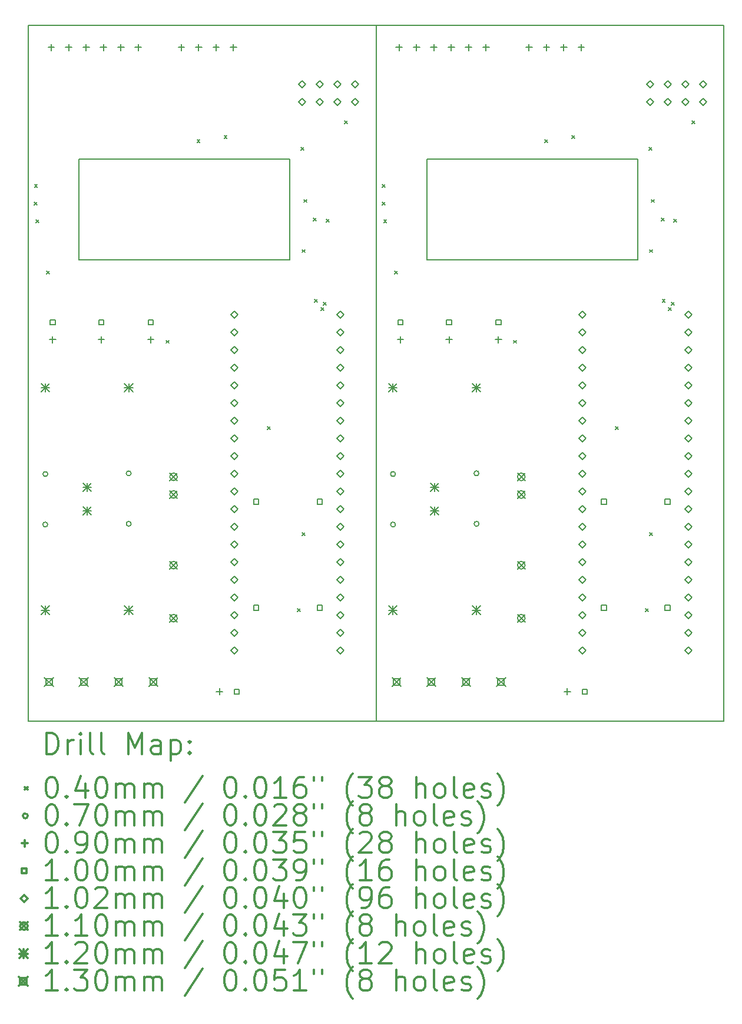
<source format=gbr>
%FSLAX45Y45*%
G04 Gerber Fmt 4.5, Leading zero omitted, Abs format (unit mm)*
G04 Created by KiCad (PCBNEW 4.0.2-stable) date 12/1/2017 11:51:11 AM*
%MOMM*%
G01*
G04 APERTURE LIST*
%ADD10C,0.127000*%
%ADD11C,0.150000*%
%ADD12C,0.200000*%
%ADD13C,0.300000*%
G04 APERTURE END LIST*
D10*
D11*
X12500000Y-4100000D02*
X17500000Y-4100000D01*
X17500000Y-14100000D02*
X12500000Y-14100000D01*
X12500000Y-14100000D02*
X12500000Y-4100000D01*
X13230000Y-7470000D02*
X16260000Y-7470000D01*
X16260000Y-7470000D02*
X16260000Y-6030000D01*
X16260000Y-6030000D02*
X13230000Y-6030000D01*
X13230000Y-6030000D02*
X13230000Y-7470000D01*
X17500000Y-4100000D02*
X17500000Y-14100000D01*
X8230000Y-6030000D02*
X8230000Y-7470000D01*
X11260000Y-6030000D02*
X8230000Y-6030000D01*
X11260000Y-7470000D02*
X11260000Y-6030000D01*
X8230000Y-7470000D02*
X11260000Y-7470000D01*
X7500000Y-14100000D02*
X7500000Y-4100000D01*
X12500000Y-14100000D02*
X7500000Y-14100000D01*
X12500000Y-4100000D02*
X12500000Y-14100000D01*
X7500000Y-4100000D02*
X12500000Y-4100000D01*
D12*
X7587300Y-6642420D02*
X7627300Y-6682420D01*
X7627300Y-6642420D02*
X7587300Y-6682420D01*
X7589840Y-6388420D02*
X7629840Y-6428420D01*
X7629840Y-6388420D02*
X7589840Y-6428420D01*
X7610160Y-6901500D02*
X7650160Y-6941500D01*
X7650160Y-6901500D02*
X7610160Y-6941500D01*
X7765100Y-7638100D02*
X7805100Y-7678100D01*
X7805100Y-7638100D02*
X7765100Y-7678100D01*
X9480000Y-8630000D02*
X9520000Y-8670000D01*
X9520000Y-8630000D02*
X9480000Y-8670000D01*
X9926640Y-5749610D02*
X9966640Y-5789610D01*
X9966640Y-5749610D02*
X9926640Y-5789610D01*
X10316530Y-5686110D02*
X10356530Y-5726110D01*
X10356530Y-5686110D02*
X10316530Y-5726110D01*
X10940100Y-9873300D02*
X10980100Y-9913300D01*
X10980100Y-9873300D02*
X10940100Y-9913300D01*
X11371900Y-12489500D02*
X11411900Y-12529500D01*
X11411900Y-12489500D02*
X11371900Y-12529500D01*
X11422700Y-5860100D02*
X11462700Y-5900100D01*
X11462700Y-5860100D02*
X11422700Y-5900100D01*
X11435400Y-7325680D02*
X11475400Y-7365680D01*
X11475400Y-7325680D02*
X11435400Y-7365680D01*
X11435400Y-11397300D02*
X11475400Y-11437300D01*
X11475400Y-11397300D02*
X11435400Y-11437300D01*
X11460800Y-6606860D02*
X11500800Y-6646860D01*
X11500800Y-6606860D02*
X11460800Y-6646860D01*
X11600500Y-6876100D02*
X11640500Y-6916100D01*
X11640500Y-6876100D02*
X11600500Y-6916100D01*
X11615740Y-8039420D02*
X11655740Y-8079420D01*
X11655740Y-8039420D02*
X11615740Y-8079420D01*
X11706314Y-8162630D02*
X11746314Y-8202630D01*
X11746314Y-8162630D02*
X11706314Y-8202630D01*
X11745280Y-8085140D02*
X11785280Y-8125140D01*
X11785280Y-8085140D02*
X11745280Y-8125140D01*
X11783380Y-6888800D02*
X11823380Y-6928800D01*
X11823380Y-6888800D02*
X11783380Y-6928800D01*
X12045000Y-5479100D02*
X12085000Y-5519100D01*
X12085000Y-5479100D02*
X12045000Y-5519100D01*
X12587300Y-6642420D02*
X12627300Y-6682420D01*
X12627300Y-6642420D02*
X12587300Y-6682420D01*
X12589840Y-6388420D02*
X12629840Y-6428420D01*
X12629840Y-6388420D02*
X12589840Y-6428420D01*
X12610160Y-6901500D02*
X12650160Y-6941500D01*
X12650160Y-6901500D02*
X12610160Y-6941500D01*
X12765100Y-7638100D02*
X12805100Y-7678100D01*
X12805100Y-7638100D02*
X12765100Y-7678100D01*
X14480000Y-8630000D02*
X14520000Y-8670000D01*
X14520000Y-8630000D02*
X14480000Y-8670000D01*
X14926640Y-5749610D02*
X14966640Y-5789610D01*
X14966640Y-5749610D02*
X14926640Y-5789610D01*
X15316530Y-5686110D02*
X15356530Y-5726110D01*
X15356530Y-5686110D02*
X15316530Y-5726110D01*
X15940100Y-9873300D02*
X15980100Y-9913300D01*
X15980100Y-9873300D02*
X15940100Y-9913300D01*
X16371900Y-12489500D02*
X16411900Y-12529500D01*
X16411900Y-12489500D02*
X16371900Y-12529500D01*
X16422700Y-5860100D02*
X16462700Y-5900100D01*
X16462700Y-5860100D02*
X16422700Y-5900100D01*
X16435400Y-7325680D02*
X16475400Y-7365680D01*
X16475400Y-7325680D02*
X16435400Y-7365680D01*
X16435400Y-11397300D02*
X16475400Y-11437300D01*
X16475400Y-11397300D02*
X16435400Y-11437300D01*
X16460800Y-6606860D02*
X16500800Y-6646860D01*
X16500800Y-6606860D02*
X16460800Y-6646860D01*
X16600500Y-6876100D02*
X16640500Y-6916100D01*
X16640500Y-6876100D02*
X16600500Y-6916100D01*
X16615740Y-8039420D02*
X16655740Y-8079420D01*
X16655740Y-8039420D02*
X16615740Y-8079420D01*
X16706314Y-8162630D02*
X16746314Y-8202630D01*
X16746314Y-8162630D02*
X16706314Y-8202630D01*
X16745280Y-8085140D02*
X16785280Y-8125140D01*
X16785280Y-8085140D02*
X16745280Y-8125140D01*
X16783380Y-6888800D02*
X16823380Y-6928800D01*
X16823380Y-6888800D02*
X16783380Y-6928800D01*
X17045000Y-5479100D02*
X17085000Y-5519100D01*
X17085000Y-5479100D02*
X17045000Y-5519100D01*
X7778900Y-10551400D02*
G75*
G03X7778900Y-10551400I-35000J0D01*
G01*
X7778900Y-11277200D02*
G75*
G03X7778900Y-11277200I-35000J0D01*
G01*
X8978900Y-10541400D02*
G75*
G03X8978900Y-10541400I-35000J0D01*
G01*
X8978900Y-11267200D02*
G75*
G03X8978900Y-11267200I-35000J0D01*
G01*
X12778900Y-10551400D02*
G75*
G03X12778900Y-10551400I-35000J0D01*
G01*
X12778900Y-11277200D02*
G75*
G03X12778900Y-11277200I-35000J0D01*
G01*
X13978900Y-10541400D02*
G75*
G03X13978900Y-10541400I-35000J0D01*
G01*
X13978900Y-11267200D02*
G75*
G03X13978900Y-11267200I-35000J0D01*
G01*
X7831200Y-4374600D02*
X7831200Y-4464600D01*
X7786200Y-4419600D02*
X7876200Y-4419600D01*
X7850000Y-8575000D02*
X7850000Y-8665000D01*
X7805000Y-8620000D02*
X7895000Y-8620000D01*
X8081200Y-4374600D02*
X8081200Y-4464600D01*
X8036200Y-4419600D02*
X8126200Y-4419600D01*
X8331200Y-4374600D02*
X8331200Y-4464600D01*
X8286200Y-4419600D02*
X8376200Y-4419600D01*
X8550000Y-8575000D02*
X8550000Y-8665000D01*
X8505000Y-8620000D02*
X8595000Y-8620000D01*
X8581200Y-4374600D02*
X8581200Y-4464600D01*
X8536200Y-4419600D02*
X8626200Y-4419600D01*
X8831200Y-4374600D02*
X8831200Y-4464600D01*
X8786200Y-4419600D02*
X8876200Y-4419600D01*
X9081200Y-4374600D02*
X9081200Y-4464600D01*
X9036200Y-4419600D02*
X9126200Y-4419600D01*
X9260000Y-8575000D02*
X9260000Y-8665000D01*
X9215000Y-8620000D02*
X9305000Y-8620000D01*
X9700000Y-4375000D02*
X9700000Y-4465000D01*
X9655000Y-4420000D02*
X9745000Y-4420000D01*
X9950000Y-4375000D02*
X9950000Y-4465000D01*
X9905000Y-4420000D02*
X9995000Y-4420000D01*
X10200000Y-4375000D02*
X10200000Y-4465000D01*
X10155000Y-4420000D02*
X10245000Y-4420000D01*
X10248900Y-13632900D02*
X10248900Y-13722900D01*
X10203900Y-13677900D02*
X10293900Y-13677900D01*
X10450000Y-4375000D02*
X10450000Y-4465000D01*
X10405000Y-4420000D02*
X10495000Y-4420000D01*
X12831200Y-4374600D02*
X12831200Y-4464600D01*
X12786200Y-4419600D02*
X12876200Y-4419600D01*
X12850000Y-8575000D02*
X12850000Y-8665000D01*
X12805000Y-8620000D02*
X12895000Y-8620000D01*
X13081200Y-4374600D02*
X13081200Y-4464600D01*
X13036200Y-4419600D02*
X13126200Y-4419600D01*
X13331200Y-4374600D02*
X13331200Y-4464600D01*
X13286200Y-4419600D02*
X13376200Y-4419600D01*
X13550000Y-8575000D02*
X13550000Y-8665000D01*
X13505000Y-8620000D02*
X13595000Y-8620000D01*
X13581200Y-4374600D02*
X13581200Y-4464600D01*
X13536200Y-4419600D02*
X13626200Y-4419600D01*
X13831200Y-4374600D02*
X13831200Y-4464600D01*
X13786200Y-4419600D02*
X13876200Y-4419600D01*
X14081200Y-4374600D02*
X14081200Y-4464600D01*
X14036200Y-4419600D02*
X14126200Y-4419600D01*
X14260000Y-8575000D02*
X14260000Y-8665000D01*
X14215000Y-8620000D02*
X14305000Y-8620000D01*
X14700000Y-4375000D02*
X14700000Y-4465000D01*
X14655000Y-4420000D02*
X14745000Y-4420000D01*
X14950000Y-4375000D02*
X14950000Y-4465000D01*
X14905000Y-4420000D02*
X14995000Y-4420000D01*
X15200000Y-4375000D02*
X15200000Y-4465000D01*
X15155000Y-4420000D02*
X15245000Y-4420000D01*
X15248900Y-13632900D02*
X15248900Y-13722900D01*
X15203900Y-13677900D02*
X15293900Y-13677900D01*
X15450000Y-4375000D02*
X15450000Y-4465000D01*
X15405000Y-4420000D02*
X15495000Y-4420000D01*
X7885356Y-8405356D02*
X7885356Y-8334644D01*
X7814644Y-8334644D01*
X7814644Y-8405356D01*
X7885356Y-8405356D01*
X8585356Y-8405356D02*
X8585356Y-8334644D01*
X8514644Y-8334644D01*
X8514644Y-8405356D01*
X8585356Y-8405356D01*
X9295356Y-8405356D02*
X9295356Y-8334644D01*
X9224644Y-8334644D01*
X9224644Y-8405356D01*
X9295356Y-8405356D01*
X10534256Y-13713256D02*
X10534256Y-13642544D01*
X10463544Y-13642544D01*
X10463544Y-13713256D01*
X10534256Y-13713256D01*
X10810036Y-10985296D02*
X10810036Y-10914584D01*
X10739324Y-10914584D01*
X10739324Y-10985296D01*
X10810036Y-10985296D01*
X10810036Y-12509296D02*
X10810036Y-12438584D01*
X10739324Y-12438584D01*
X10739324Y-12509296D01*
X10810036Y-12509296D01*
X11724436Y-10985296D02*
X11724436Y-10914584D01*
X11653724Y-10914584D01*
X11653724Y-10985296D01*
X11724436Y-10985296D01*
X11724436Y-12509296D02*
X11724436Y-12438584D01*
X11653724Y-12438584D01*
X11653724Y-12509296D01*
X11724436Y-12509296D01*
X12885356Y-8405356D02*
X12885356Y-8334644D01*
X12814644Y-8334644D01*
X12814644Y-8405356D01*
X12885356Y-8405356D01*
X13585356Y-8405356D02*
X13585356Y-8334644D01*
X13514644Y-8334644D01*
X13514644Y-8405356D01*
X13585356Y-8405356D01*
X14295356Y-8405356D02*
X14295356Y-8334644D01*
X14224644Y-8334644D01*
X14224644Y-8405356D01*
X14295356Y-8405356D01*
X15534256Y-13713256D02*
X15534256Y-13642544D01*
X15463544Y-13642544D01*
X15463544Y-13713256D01*
X15534256Y-13713256D01*
X15810036Y-10985296D02*
X15810036Y-10914584D01*
X15739324Y-10914584D01*
X15739324Y-10985296D01*
X15810036Y-10985296D01*
X15810036Y-12509296D02*
X15810036Y-12438584D01*
X15739324Y-12438584D01*
X15739324Y-12509296D01*
X15810036Y-12509296D01*
X16724436Y-10985296D02*
X16724436Y-10914584D01*
X16653724Y-10914584D01*
X16653724Y-10985296D01*
X16724436Y-10985296D01*
X16724436Y-12509296D02*
X16724436Y-12438584D01*
X16653724Y-12438584D01*
X16653724Y-12509296D01*
X16724436Y-12509296D01*
X10466000Y-8310640D02*
X10516800Y-8259840D01*
X10466000Y-8209040D01*
X10415200Y-8259840D01*
X10466000Y-8310640D01*
X10466000Y-8569720D02*
X10516800Y-8518920D01*
X10466000Y-8468120D01*
X10415200Y-8518920D01*
X10466000Y-8569720D01*
X10466000Y-8823720D02*
X10516800Y-8772920D01*
X10466000Y-8722120D01*
X10415200Y-8772920D01*
X10466000Y-8823720D01*
X10466000Y-9077720D02*
X10516800Y-9026920D01*
X10466000Y-8976120D01*
X10415200Y-9026920D01*
X10466000Y-9077720D01*
X10466000Y-9331720D02*
X10516800Y-9280920D01*
X10466000Y-9230120D01*
X10415200Y-9280920D01*
X10466000Y-9331720D01*
X10466000Y-9585720D02*
X10516800Y-9534920D01*
X10466000Y-9484120D01*
X10415200Y-9534920D01*
X10466000Y-9585720D01*
X10466000Y-9839720D02*
X10516800Y-9788920D01*
X10466000Y-9738120D01*
X10415200Y-9788920D01*
X10466000Y-9839720D01*
X10466000Y-10093720D02*
X10516800Y-10042920D01*
X10466000Y-9992120D01*
X10415200Y-10042920D01*
X10466000Y-10093720D01*
X10466000Y-10347720D02*
X10516800Y-10296920D01*
X10466000Y-10246120D01*
X10415200Y-10296920D01*
X10466000Y-10347720D01*
X10466000Y-10601720D02*
X10516800Y-10550920D01*
X10466000Y-10500120D01*
X10415200Y-10550920D01*
X10466000Y-10601720D01*
X10466000Y-10855720D02*
X10516800Y-10804920D01*
X10466000Y-10754120D01*
X10415200Y-10804920D01*
X10466000Y-10855720D01*
X10466000Y-11109720D02*
X10516800Y-11058920D01*
X10466000Y-11008120D01*
X10415200Y-11058920D01*
X10466000Y-11109720D01*
X10466000Y-11363720D02*
X10516800Y-11312920D01*
X10466000Y-11262120D01*
X10415200Y-11312920D01*
X10466000Y-11363720D01*
X10466000Y-11617720D02*
X10516800Y-11566920D01*
X10466000Y-11516120D01*
X10415200Y-11566920D01*
X10466000Y-11617720D01*
X10466000Y-11871720D02*
X10516800Y-11820920D01*
X10466000Y-11770120D01*
X10415200Y-11820920D01*
X10466000Y-11871720D01*
X10466000Y-12125720D02*
X10516800Y-12074920D01*
X10466000Y-12024120D01*
X10415200Y-12074920D01*
X10466000Y-12125720D01*
X10466000Y-12379720D02*
X10516800Y-12328920D01*
X10466000Y-12278120D01*
X10415200Y-12328920D01*
X10466000Y-12379720D01*
X10466000Y-12633720D02*
X10516800Y-12582920D01*
X10466000Y-12532120D01*
X10415200Y-12582920D01*
X10466000Y-12633720D01*
X10466000Y-12887720D02*
X10516800Y-12836920D01*
X10466000Y-12786120D01*
X10415200Y-12836920D01*
X10466000Y-12887720D01*
X10466000Y-13141720D02*
X10516800Y-13090920D01*
X10466000Y-13040120D01*
X10415200Y-13090920D01*
X10466000Y-13141720D01*
X11439600Y-4997900D02*
X11490400Y-4947100D01*
X11439600Y-4896300D01*
X11388800Y-4947100D01*
X11439600Y-4997900D01*
X11439600Y-5251900D02*
X11490400Y-5201100D01*
X11439600Y-5150300D01*
X11388800Y-5201100D01*
X11439600Y-5251900D01*
X11693600Y-4997900D02*
X11744400Y-4947100D01*
X11693600Y-4896300D01*
X11642800Y-4947100D01*
X11693600Y-4997900D01*
X11693600Y-5251900D02*
X11744400Y-5201100D01*
X11693600Y-5150300D01*
X11642800Y-5201100D01*
X11693600Y-5251900D01*
X11947600Y-4997900D02*
X11998400Y-4947100D01*
X11947600Y-4896300D01*
X11896800Y-4947100D01*
X11947600Y-4997900D01*
X11947600Y-5251900D02*
X11998400Y-5201100D01*
X11947600Y-5150300D01*
X11896800Y-5201100D01*
X11947600Y-5251900D01*
X11990000Y-8315720D02*
X12040800Y-8264920D01*
X11990000Y-8214120D01*
X11939200Y-8264920D01*
X11990000Y-8315720D01*
X11990000Y-8569720D02*
X12040800Y-8518920D01*
X11990000Y-8468120D01*
X11939200Y-8518920D01*
X11990000Y-8569720D01*
X11990000Y-8823720D02*
X12040800Y-8772920D01*
X11990000Y-8722120D01*
X11939200Y-8772920D01*
X11990000Y-8823720D01*
X11990000Y-9077720D02*
X12040800Y-9026920D01*
X11990000Y-8976120D01*
X11939200Y-9026920D01*
X11990000Y-9077720D01*
X11990000Y-9331720D02*
X12040800Y-9280920D01*
X11990000Y-9230120D01*
X11939200Y-9280920D01*
X11990000Y-9331720D01*
X11990000Y-9585720D02*
X12040800Y-9534920D01*
X11990000Y-9484120D01*
X11939200Y-9534920D01*
X11990000Y-9585720D01*
X11990000Y-9839720D02*
X12040800Y-9788920D01*
X11990000Y-9738120D01*
X11939200Y-9788920D01*
X11990000Y-9839720D01*
X11990000Y-10093720D02*
X12040800Y-10042920D01*
X11990000Y-9992120D01*
X11939200Y-10042920D01*
X11990000Y-10093720D01*
X11990000Y-10347720D02*
X12040800Y-10296920D01*
X11990000Y-10246120D01*
X11939200Y-10296920D01*
X11990000Y-10347720D01*
X11990000Y-10601720D02*
X12040800Y-10550920D01*
X11990000Y-10500120D01*
X11939200Y-10550920D01*
X11990000Y-10601720D01*
X11990000Y-10855720D02*
X12040800Y-10804920D01*
X11990000Y-10754120D01*
X11939200Y-10804920D01*
X11990000Y-10855720D01*
X11990000Y-11109720D02*
X12040800Y-11058920D01*
X11990000Y-11008120D01*
X11939200Y-11058920D01*
X11990000Y-11109720D01*
X11990000Y-11363720D02*
X12040800Y-11312920D01*
X11990000Y-11262120D01*
X11939200Y-11312920D01*
X11990000Y-11363720D01*
X11990000Y-11617720D02*
X12040800Y-11566920D01*
X11990000Y-11516120D01*
X11939200Y-11566920D01*
X11990000Y-11617720D01*
X11990000Y-11871720D02*
X12040800Y-11820920D01*
X11990000Y-11770120D01*
X11939200Y-11820920D01*
X11990000Y-11871720D01*
X11990000Y-12125720D02*
X12040800Y-12074920D01*
X11990000Y-12024120D01*
X11939200Y-12074920D01*
X11990000Y-12125720D01*
X11990000Y-12379720D02*
X12040800Y-12328920D01*
X11990000Y-12278120D01*
X11939200Y-12328920D01*
X11990000Y-12379720D01*
X11990000Y-12633720D02*
X12040800Y-12582920D01*
X11990000Y-12532120D01*
X11939200Y-12582920D01*
X11990000Y-12633720D01*
X11990000Y-12887720D02*
X12040800Y-12836920D01*
X11990000Y-12786120D01*
X11939200Y-12836920D01*
X11990000Y-12887720D01*
X11990000Y-13141720D02*
X12040800Y-13090920D01*
X11990000Y-13040120D01*
X11939200Y-13090920D01*
X11990000Y-13141720D01*
X12201600Y-4997900D02*
X12252400Y-4947100D01*
X12201600Y-4896300D01*
X12150800Y-4947100D01*
X12201600Y-4997900D01*
X12201600Y-5251900D02*
X12252400Y-5201100D01*
X12201600Y-5150300D01*
X12150800Y-5201100D01*
X12201600Y-5251900D01*
X15466000Y-8310640D02*
X15516800Y-8259840D01*
X15466000Y-8209040D01*
X15415200Y-8259840D01*
X15466000Y-8310640D01*
X15466000Y-8569720D02*
X15516800Y-8518920D01*
X15466000Y-8468120D01*
X15415200Y-8518920D01*
X15466000Y-8569720D01*
X15466000Y-8823720D02*
X15516800Y-8772920D01*
X15466000Y-8722120D01*
X15415200Y-8772920D01*
X15466000Y-8823720D01*
X15466000Y-9077720D02*
X15516800Y-9026920D01*
X15466000Y-8976120D01*
X15415200Y-9026920D01*
X15466000Y-9077720D01*
X15466000Y-9331720D02*
X15516800Y-9280920D01*
X15466000Y-9230120D01*
X15415200Y-9280920D01*
X15466000Y-9331720D01*
X15466000Y-9585720D02*
X15516800Y-9534920D01*
X15466000Y-9484120D01*
X15415200Y-9534920D01*
X15466000Y-9585720D01*
X15466000Y-9839720D02*
X15516800Y-9788920D01*
X15466000Y-9738120D01*
X15415200Y-9788920D01*
X15466000Y-9839720D01*
X15466000Y-10093720D02*
X15516800Y-10042920D01*
X15466000Y-9992120D01*
X15415200Y-10042920D01*
X15466000Y-10093720D01*
X15466000Y-10347720D02*
X15516800Y-10296920D01*
X15466000Y-10246120D01*
X15415200Y-10296920D01*
X15466000Y-10347720D01*
X15466000Y-10601720D02*
X15516800Y-10550920D01*
X15466000Y-10500120D01*
X15415200Y-10550920D01*
X15466000Y-10601720D01*
X15466000Y-10855720D02*
X15516800Y-10804920D01*
X15466000Y-10754120D01*
X15415200Y-10804920D01*
X15466000Y-10855720D01*
X15466000Y-11109720D02*
X15516800Y-11058920D01*
X15466000Y-11008120D01*
X15415200Y-11058920D01*
X15466000Y-11109720D01*
X15466000Y-11363720D02*
X15516800Y-11312920D01*
X15466000Y-11262120D01*
X15415200Y-11312920D01*
X15466000Y-11363720D01*
X15466000Y-11617720D02*
X15516800Y-11566920D01*
X15466000Y-11516120D01*
X15415200Y-11566920D01*
X15466000Y-11617720D01*
X15466000Y-11871720D02*
X15516800Y-11820920D01*
X15466000Y-11770120D01*
X15415200Y-11820920D01*
X15466000Y-11871720D01*
X15466000Y-12125720D02*
X15516800Y-12074920D01*
X15466000Y-12024120D01*
X15415200Y-12074920D01*
X15466000Y-12125720D01*
X15466000Y-12379720D02*
X15516800Y-12328920D01*
X15466000Y-12278120D01*
X15415200Y-12328920D01*
X15466000Y-12379720D01*
X15466000Y-12633720D02*
X15516800Y-12582920D01*
X15466000Y-12532120D01*
X15415200Y-12582920D01*
X15466000Y-12633720D01*
X15466000Y-12887720D02*
X15516800Y-12836920D01*
X15466000Y-12786120D01*
X15415200Y-12836920D01*
X15466000Y-12887720D01*
X15466000Y-13141720D02*
X15516800Y-13090920D01*
X15466000Y-13040120D01*
X15415200Y-13090920D01*
X15466000Y-13141720D01*
X16439600Y-4997900D02*
X16490400Y-4947100D01*
X16439600Y-4896300D01*
X16388800Y-4947100D01*
X16439600Y-4997900D01*
X16439600Y-5251900D02*
X16490400Y-5201100D01*
X16439600Y-5150300D01*
X16388800Y-5201100D01*
X16439600Y-5251900D01*
X16693600Y-4997900D02*
X16744400Y-4947100D01*
X16693600Y-4896300D01*
X16642800Y-4947100D01*
X16693600Y-4997900D01*
X16693600Y-5251900D02*
X16744400Y-5201100D01*
X16693600Y-5150300D01*
X16642800Y-5201100D01*
X16693600Y-5251900D01*
X16947600Y-4997900D02*
X16998400Y-4947100D01*
X16947600Y-4896300D01*
X16896800Y-4947100D01*
X16947600Y-4997900D01*
X16947600Y-5251900D02*
X16998400Y-5201100D01*
X16947600Y-5150300D01*
X16896800Y-5201100D01*
X16947600Y-5251900D01*
X16990000Y-8315720D02*
X17040800Y-8264920D01*
X16990000Y-8214120D01*
X16939200Y-8264920D01*
X16990000Y-8315720D01*
X16990000Y-8569720D02*
X17040800Y-8518920D01*
X16990000Y-8468120D01*
X16939200Y-8518920D01*
X16990000Y-8569720D01*
X16990000Y-8823720D02*
X17040800Y-8772920D01*
X16990000Y-8722120D01*
X16939200Y-8772920D01*
X16990000Y-8823720D01*
X16990000Y-9077720D02*
X17040800Y-9026920D01*
X16990000Y-8976120D01*
X16939200Y-9026920D01*
X16990000Y-9077720D01*
X16990000Y-9331720D02*
X17040800Y-9280920D01*
X16990000Y-9230120D01*
X16939200Y-9280920D01*
X16990000Y-9331720D01*
X16990000Y-9585720D02*
X17040800Y-9534920D01*
X16990000Y-9484120D01*
X16939200Y-9534920D01*
X16990000Y-9585720D01*
X16990000Y-9839720D02*
X17040800Y-9788920D01*
X16990000Y-9738120D01*
X16939200Y-9788920D01*
X16990000Y-9839720D01*
X16990000Y-10093720D02*
X17040800Y-10042920D01*
X16990000Y-9992120D01*
X16939200Y-10042920D01*
X16990000Y-10093720D01*
X16990000Y-10347720D02*
X17040800Y-10296920D01*
X16990000Y-10246120D01*
X16939200Y-10296920D01*
X16990000Y-10347720D01*
X16990000Y-10601720D02*
X17040800Y-10550920D01*
X16990000Y-10500120D01*
X16939200Y-10550920D01*
X16990000Y-10601720D01*
X16990000Y-10855720D02*
X17040800Y-10804920D01*
X16990000Y-10754120D01*
X16939200Y-10804920D01*
X16990000Y-10855720D01*
X16990000Y-11109720D02*
X17040800Y-11058920D01*
X16990000Y-11008120D01*
X16939200Y-11058920D01*
X16990000Y-11109720D01*
X16990000Y-11363720D02*
X17040800Y-11312920D01*
X16990000Y-11262120D01*
X16939200Y-11312920D01*
X16990000Y-11363720D01*
X16990000Y-11617720D02*
X17040800Y-11566920D01*
X16990000Y-11516120D01*
X16939200Y-11566920D01*
X16990000Y-11617720D01*
X16990000Y-11871720D02*
X17040800Y-11820920D01*
X16990000Y-11770120D01*
X16939200Y-11820920D01*
X16990000Y-11871720D01*
X16990000Y-12125720D02*
X17040800Y-12074920D01*
X16990000Y-12024120D01*
X16939200Y-12074920D01*
X16990000Y-12125720D01*
X16990000Y-12379720D02*
X17040800Y-12328920D01*
X16990000Y-12278120D01*
X16939200Y-12328920D01*
X16990000Y-12379720D01*
X16990000Y-12633720D02*
X17040800Y-12582920D01*
X16990000Y-12532120D01*
X16939200Y-12582920D01*
X16990000Y-12633720D01*
X16990000Y-12887720D02*
X17040800Y-12836920D01*
X16990000Y-12786120D01*
X16939200Y-12836920D01*
X16990000Y-12887720D01*
X16990000Y-13141720D02*
X17040800Y-13090920D01*
X16990000Y-13040120D01*
X16939200Y-13090920D01*
X16990000Y-13141720D01*
X17201600Y-4997900D02*
X17252400Y-4947100D01*
X17201600Y-4896300D01*
X17150800Y-4947100D01*
X17201600Y-4997900D01*
X17201600Y-5251900D02*
X17252400Y-5201100D01*
X17201600Y-5150300D01*
X17150800Y-5201100D01*
X17201600Y-5251900D01*
X9533500Y-10536800D02*
X9643500Y-10646800D01*
X9643500Y-10536800D02*
X9533500Y-10646800D01*
X9643500Y-10591800D02*
G75*
G03X9643500Y-10591800I-55000J0D01*
G01*
X9533500Y-10790800D02*
X9643500Y-10900800D01*
X9643500Y-10790800D02*
X9533500Y-10900800D01*
X9643500Y-10845800D02*
G75*
G03X9643500Y-10845800I-55000J0D01*
G01*
X9533500Y-11806800D02*
X9643500Y-11916800D01*
X9643500Y-11806800D02*
X9533500Y-11916800D01*
X9643500Y-11861800D02*
G75*
G03X9643500Y-11861800I-55000J0D01*
G01*
X9533500Y-12568800D02*
X9643500Y-12678800D01*
X9643500Y-12568800D02*
X9533500Y-12678800D01*
X9643500Y-12623800D02*
G75*
G03X9643500Y-12623800I-55000J0D01*
G01*
X14533500Y-10536800D02*
X14643500Y-10646800D01*
X14643500Y-10536800D02*
X14533500Y-10646800D01*
X14643500Y-10591800D02*
G75*
G03X14643500Y-10591800I-55000J0D01*
G01*
X14533500Y-10790800D02*
X14643500Y-10900800D01*
X14643500Y-10790800D02*
X14533500Y-10900800D01*
X14643500Y-10845800D02*
G75*
G03X14643500Y-10845800I-55000J0D01*
G01*
X14533500Y-11806800D02*
X14643500Y-11916800D01*
X14643500Y-11806800D02*
X14533500Y-11916800D01*
X14643500Y-11861800D02*
G75*
G03X14643500Y-11861800I-55000J0D01*
G01*
X14533500Y-12568800D02*
X14643500Y-12678800D01*
X14643500Y-12568800D02*
X14533500Y-12678800D01*
X14643500Y-12623800D02*
G75*
G03X14643500Y-12623800I-55000J0D01*
G01*
X7683900Y-9251400D02*
X7803900Y-9371400D01*
X7803900Y-9251400D02*
X7683900Y-9371400D01*
X7743900Y-9251400D02*
X7743900Y-9371400D01*
X7683900Y-9311400D02*
X7803900Y-9311400D01*
X7683900Y-12447200D02*
X7803900Y-12567200D01*
X7803900Y-12447200D02*
X7683900Y-12567200D01*
X7743900Y-12447200D02*
X7743900Y-12567200D01*
X7683900Y-12507200D02*
X7803900Y-12507200D01*
X8283900Y-10681400D02*
X8403900Y-10801400D01*
X8403900Y-10681400D02*
X8283900Y-10801400D01*
X8343900Y-10681400D02*
X8343900Y-10801400D01*
X8283900Y-10741400D02*
X8403900Y-10741400D01*
X8283900Y-11017200D02*
X8403900Y-11137200D01*
X8403900Y-11017200D02*
X8283900Y-11137200D01*
X8343900Y-11017200D02*
X8343900Y-11137200D01*
X8283900Y-11077200D02*
X8403900Y-11077200D01*
X8883900Y-9251400D02*
X9003900Y-9371400D01*
X9003900Y-9251400D02*
X8883900Y-9371400D01*
X8943900Y-9251400D02*
X8943900Y-9371400D01*
X8883900Y-9311400D02*
X9003900Y-9311400D01*
X8883900Y-12447200D02*
X9003900Y-12567200D01*
X9003900Y-12447200D02*
X8883900Y-12567200D01*
X8943900Y-12447200D02*
X8943900Y-12567200D01*
X8883900Y-12507200D02*
X9003900Y-12507200D01*
X12683900Y-9251400D02*
X12803900Y-9371400D01*
X12803900Y-9251400D02*
X12683900Y-9371400D01*
X12743900Y-9251400D02*
X12743900Y-9371400D01*
X12683900Y-9311400D02*
X12803900Y-9311400D01*
X12683900Y-12447200D02*
X12803900Y-12567200D01*
X12803900Y-12447200D02*
X12683900Y-12567200D01*
X12743900Y-12447200D02*
X12743900Y-12567200D01*
X12683900Y-12507200D02*
X12803900Y-12507200D01*
X13283900Y-10681400D02*
X13403900Y-10801400D01*
X13403900Y-10681400D02*
X13283900Y-10801400D01*
X13343900Y-10681400D02*
X13343900Y-10801400D01*
X13283900Y-10741400D02*
X13403900Y-10741400D01*
X13283900Y-11017200D02*
X13403900Y-11137200D01*
X13403900Y-11017200D02*
X13283900Y-11137200D01*
X13343900Y-11017200D02*
X13343900Y-11137200D01*
X13283900Y-11077200D02*
X13403900Y-11077200D01*
X13883900Y-9251400D02*
X14003900Y-9371400D01*
X14003900Y-9251400D02*
X13883900Y-9371400D01*
X13943900Y-9251400D02*
X13943900Y-9371400D01*
X13883900Y-9311400D02*
X14003900Y-9311400D01*
X13883900Y-12447200D02*
X14003900Y-12567200D01*
X14003900Y-12447200D02*
X13883900Y-12567200D01*
X13943900Y-12447200D02*
X13943900Y-12567200D01*
X13883900Y-12507200D02*
X14003900Y-12507200D01*
X7732100Y-13473200D02*
X7862100Y-13603200D01*
X7862100Y-13473200D02*
X7732100Y-13603200D01*
X7843062Y-13584162D02*
X7843062Y-13492238D01*
X7751138Y-13492238D01*
X7751138Y-13584162D01*
X7843062Y-13584162D01*
X8232100Y-13473200D02*
X8362100Y-13603200D01*
X8362100Y-13473200D02*
X8232100Y-13603200D01*
X8343062Y-13584162D02*
X8343062Y-13492238D01*
X8251138Y-13492238D01*
X8251138Y-13584162D01*
X8343062Y-13584162D01*
X8732100Y-13473200D02*
X8862100Y-13603200D01*
X8862100Y-13473200D02*
X8732100Y-13603200D01*
X8843062Y-13584162D02*
X8843062Y-13492238D01*
X8751138Y-13492238D01*
X8751138Y-13584162D01*
X8843062Y-13584162D01*
X9232100Y-13473200D02*
X9362100Y-13603200D01*
X9362100Y-13473200D02*
X9232100Y-13603200D01*
X9343062Y-13584162D02*
X9343062Y-13492238D01*
X9251138Y-13492238D01*
X9251138Y-13584162D01*
X9343062Y-13584162D01*
X12732100Y-13473200D02*
X12862100Y-13603200D01*
X12862100Y-13473200D02*
X12732100Y-13603200D01*
X12843062Y-13584162D02*
X12843062Y-13492238D01*
X12751138Y-13492238D01*
X12751138Y-13584162D01*
X12843062Y-13584162D01*
X13232100Y-13473200D02*
X13362100Y-13603200D01*
X13362100Y-13473200D02*
X13232100Y-13603200D01*
X13343062Y-13584162D02*
X13343062Y-13492238D01*
X13251138Y-13492238D01*
X13251138Y-13584162D01*
X13343062Y-13584162D01*
X13732100Y-13473200D02*
X13862100Y-13603200D01*
X13862100Y-13473200D02*
X13732100Y-13603200D01*
X13843062Y-13584162D02*
X13843062Y-13492238D01*
X13751138Y-13492238D01*
X13751138Y-13584162D01*
X13843062Y-13584162D01*
X14232100Y-13473200D02*
X14362100Y-13603200D01*
X14362100Y-13473200D02*
X14232100Y-13603200D01*
X14343062Y-13584162D02*
X14343062Y-13492238D01*
X14251138Y-13492238D01*
X14251138Y-13584162D01*
X14343062Y-13584162D01*
D13*
X7763928Y-14573214D02*
X7763928Y-14273214D01*
X7835357Y-14273214D01*
X7878214Y-14287500D01*
X7906786Y-14316071D01*
X7921071Y-14344643D01*
X7935357Y-14401786D01*
X7935357Y-14444643D01*
X7921071Y-14501786D01*
X7906786Y-14530357D01*
X7878214Y-14558929D01*
X7835357Y-14573214D01*
X7763928Y-14573214D01*
X8063928Y-14573214D02*
X8063928Y-14373214D01*
X8063928Y-14430357D02*
X8078214Y-14401786D01*
X8092500Y-14387500D01*
X8121071Y-14373214D01*
X8149643Y-14373214D01*
X8249643Y-14573214D02*
X8249643Y-14373214D01*
X8249643Y-14273214D02*
X8235357Y-14287500D01*
X8249643Y-14301786D01*
X8263928Y-14287500D01*
X8249643Y-14273214D01*
X8249643Y-14301786D01*
X8435357Y-14573214D02*
X8406786Y-14558929D01*
X8392500Y-14530357D01*
X8392500Y-14273214D01*
X8592500Y-14573214D02*
X8563929Y-14558929D01*
X8549643Y-14530357D01*
X8549643Y-14273214D01*
X8935357Y-14573214D02*
X8935357Y-14273214D01*
X9035357Y-14487500D01*
X9135357Y-14273214D01*
X9135357Y-14573214D01*
X9406786Y-14573214D02*
X9406786Y-14416071D01*
X9392500Y-14387500D01*
X9363929Y-14373214D01*
X9306786Y-14373214D01*
X9278214Y-14387500D01*
X9406786Y-14558929D02*
X9378214Y-14573214D01*
X9306786Y-14573214D01*
X9278214Y-14558929D01*
X9263929Y-14530357D01*
X9263929Y-14501786D01*
X9278214Y-14473214D01*
X9306786Y-14458929D01*
X9378214Y-14458929D01*
X9406786Y-14444643D01*
X9549643Y-14373214D02*
X9549643Y-14673214D01*
X9549643Y-14387500D02*
X9578214Y-14373214D01*
X9635357Y-14373214D01*
X9663929Y-14387500D01*
X9678214Y-14401786D01*
X9692500Y-14430357D01*
X9692500Y-14516071D01*
X9678214Y-14544643D01*
X9663929Y-14558929D01*
X9635357Y-14573214D01*
X9578214Y-14573214D01*
X9549643Y-14558929D01*
X9821071Y-14544643D02*
X9835357Y-14558929D01*
X9821071Y-14573214D01*
X9806786Y-14558929D01*
X9821071Y-14544643D01*
X9821071Y-14573214D01*
X9821071Y-14387500D02*
X9835357Y-14401786D01*
X9821071Y-14416071D01*
X9806786Y-14401786D01*
X9821071Y-14387500D01*
X9821071Y-14416071D01*
X7452500Y-15047500D02*
X7492500Y-15087500D01*
X7492500Y-15047500D02*
X7452500Y-15087500D01*
X7821071Y-14903214D02*
X7849643Y-14903214D01*
X7878214Y-14917500D01*
X7892500Y-14931786D01*
X7906786Y-14960357D01*
X7921071Y-15017500D01*
X7921071Y-15088929D01*
X7906786Y-15146071D01*
X7892500Y-15174643D01*
X7878214Y-15188929D01*
X7849643Y-15203214D01*
X7821071Y-15203214D01*
X7792500Y-15188929D01*
X7778214Y-15174643D01*
X7763928Y-15146071D01*
X7749643Y-15088929D01*
X7749643Y-15017500D01*
X7763928Y-14960357D01*
X7778214Y-14931786D01*
X7792500Y-14917500D01*
X7821071Y-14903214D01*
X8049643Y-15174643D02*
X8063928Y-15188929D01*
X8049643Y-15203214D01*
X8035357Y-15188929D01*
X8049643Y-15174643D01*
X8049643Y-15203214D01*
X8321071Y-15003214D02*
X8321071Y-15203214D01*
X8249643Y-14888929D02*
X8178214Y-15103214D01*
X8363928Y-15103214D01*
X8535357Y-14903214D02*
X8563929Y-14903214D01*
X8592500Y-14917500D01*
X8606786Y-14931786D01*
X8621071Y-14960357D01*
X8635357Y-15017500D01*
X8635357Y-15088929D01*
X8621071Y-15146071D01*
X8606786Y-15174643D01*
X8592500Y-15188929D01*
X8563929Y-15203214D01*
X8535357Y-15203214D01*
X8506786Y-15188929D01*
X8492500Y-15174643D01*
X8478214Y-15146071D01*
X8463929Y-15088929D01*
X8463929Y-15017500D01*
X8478214Y-14960357D01*
X8492500Y-14931786D01*
X8506786Y-14917500D01*
X8535357Y-14903214D01*
X8763929Y-15203214D02*
X8763929Y-15003214D01*
X8763929Y-15031786D02*
X8778214Y-15017500D01*
X8806786Y-15003214D01*
X8849643Y-15003214D01*
X8878214Y-15017500D01*
X8892500Y-15046071D01*
X8892500Y-15203214D01*
X8892500Y-15046071D02*
X8906786Y-15017500D01*
X8935357Y-15003214D01*
X8978214Y-15003214D01*
X9006786Y-15017500D01*
X9021071Y-15046071D01*
X9021071Y-15203214D01*
X9163929Y-15203214D02*
X9163929Y-15003214D01*
X9163929Y-15031786D02*
X9178214Y-15017500D01*
X9206786Y-15003214D01*
X9249643Y-15003214D01*
X9278214Y-15017500D01*
X9292500Y-15046071D01*
X9292500Y-15203214D01*
X9292500Y-15046071D02*
X9306786Y-15017500D01*
X9335357Y-15003214D01*
X9378214Y-15003214D01*
X9406786Y-15017500D01*
X9421071Y-15046071D01*
X9421071Y-15203214D01*
X10006786Y-14888929D02*
X9749643Y-15274643D01*
X10392500Y-14903214D02*
X10421071Y-14903214D01*
X10449643Y-14917500D01*
X10463928Y-14931786D01*
X10478214Y-14960357D01*
X10492500Y-15017500D01*
X10492500Y-15088929D01*
X10478214Y-15146071D01*
X10463928Y-15174643D01*
X10449643Y-15188929D01*
X10421071Y-15203214D01*
X10392500Y-15203214D01*
X10363928Y-15188929D01*
X10349643Y-15174643D01*
X10335357Y-15146071D01*
X10321071Y-15088929D01*
X10321071Y-15017500D01*
X10335357Y-14960357D01*
X10349643Y-14931786D01*
X10363928Y-14917500D01*
X10392500Y-14903214D01*
X10621071Y-15174643D02*
X10635357Y-15188929D01*
X10621071Y-15203214D01*
X10606786Y-15188929D01*
X10621071Y-15174643D01*
X10621071Y-15203214D01*
X10821071Y-14903214D02*
X10849643Y-14903214D01*
X10878214Y-14917500D01*
X10892500Y-14931786D01*
X10906786Y-14960357D01*
X10921071Y-15017500D01*
X10921071Y-15088929D01*
X10906786Y-15146071D01*
X10892500Y-15174643D01*
X10878214Y-15188929D01*
X10849643Y-15203214D01*
X10821071Y-15203214D01*
X10792500Y-15188929D01*
X10778214Y-15174643D01*
X10763928Y-15146071D01*
X10749643Y-15088929D01*
X10749643Y-15017500D01*
X10763928Y-14960357D01*
X10778214Y-14931786D01*
X10792500Y-14917500D01*
X10821071Y-14903214D01*
X11206785Y-15203214D02*
X11035357Y-15203214D01*
X11121071Y-15203214D02*
X11121071Y-14903214D01*
X11092500Y-14946071D01*
X11063928Y-14974643D01*
X11035357Y-14988929D01*
X11463928Y-14903214D02*
X11406785Y-14903214D01*
X11378214Y-14917500D01*
X11363928Y-14931786D01*
X11335357Y-14974643D01*
X11321071Y-15031786D01*
X11321071Y-15146071D01*
X11335357Y-15174643D01*
X11349643Y-15188929D01*
X11378214Y-15203214D01*
X11435357Y-15203214D01*
X11463928Y-15188929D01*
X11478214Y-15174643D01*
X11492500Y-15146071D01*
X11492500Y-15074643D01*
X11478214Y-15046071D01*
X11463928Y-15031786D01*
X11435357Y-15017500D01*
X11378214Y-15017500D01*
X11349643Y-15031786D01*
X11335357Y-15046071D01*
X11321071Y-15074643D01*
X11606786Y-14903214D02*
X11606786Y-14960357D01*
X11721071Y-14903214D02*
X11721071Y-14960357D01*
X12163928Y-15317500D02*
X12149643Y-15303214D01*
X12121071Y-15260357D01*
X12106785Y-15231786D01*
X12092500Y-15188929D01*
X12078214Y-15117500D01*
X12078214Y-15060357D01*
X12092500Y-14988929D01*
X12106785Y-14946071D01*
X12121071Y-14917500D01*
X12149643Y-14874643D01*
X12163928Y-14860357D01*
X12249643Y-14903214D02*
X12435357Y-14903214D01*
X12335357Y-15017500D01*
X12378214Y-15017500D01*
X12406785Y-15031786D01*
X12421071Y-15046071D01*
X12435357Y-15074643D01*
X12435357Y-15146071D01*
X12421071Y-15174643D01*
X12406785Y-15188929D01*
X12378214Y-15203214D01*
X12292500Y-15203214D01*
X12263928Y-15188929D01*
X12249643Y-15174643D01*
X12606785Y-15031786D02*
X12578214Y-15017500D01*
X12563928Y-15003214D01*
X12549643Y-14974643D01*
X12549643Y-14960357D01*
X12563928Y-14931786D01*
X12578214Y-14917500D01*
X12606785Y-14903214D01*
X12663928Y-14903214D01*
X12692500Y-14917500D01*
X12706785Y-14931786D01*
X12721071Y-14960357D01*
X12721071Y-14974643D01*
X12706785Y-15003214D01*
X12692500Y-15017500D01*
X12663928Y-15031786D01*
X12606785Y-15031786D01*
X12578214Y-15046071D01*
X12563928Y-15060357D01*
X12549643Y-15088929D01*
X12549643Y-15146071D01*
X12563928Y-15174643D01*
X12578214Y-15188929D01*
X12606785Y-15203214D01*
X12663928Y-15203214D01*
X12692500Y-15188929D01*
X12706785Y-15174643D01*
X12721071Y-15146071D01*
X12721071Y-15088929D01*
X12706785Y-15060357D01*
X12692500Y-15046071D01*
X12663928Y-15031786D01*
X13078214Y-15203214D02*
X13078214Y-14903214D01*
X13206785Y-15203214D02*
X13206785Y-15046071D01*
X13192500Y-15017500D01*
X13163928Y-15003214D01*
X13121071Y-15003214D01*
X13092500Y-15017500D01*
X13078214Y-15031786D01*
X13392500Y-15203214D02*
X13363928Y-15188929D01*
X13349643Y-15174643D01*
X13335357Y-15146071D01*
X13335357Y-15060357D01*
X13349643Y-15031786D01*
X13363928Y-15017500D01*
X13392500Y-15003214D01*
X13435357Y-15003214D01*
X13463928Y-15017500D01*
X13478214Y-15031786D01*
X13492500Y-15060357D01*
X13492500Y-15146071D01*
X13478214Y-15174643D01*
X13463928Y-15188929D01*
X13435357Y-15203214D01*
X13392500Y-15203214D01*
X13663928Y-15203214D02*
X13635357Y-15188929D01*
X13621071Y-15160357D01*
X13621071Y-14903214D01*
X13892500Y-15188929D02*
X13863928Y-15203214D01*
X13806786Y-15203214D01*
X13778214Y-15188929D01*
X13763928Y-15160357D01*
X13763928Y-15046071D01*
X13778214Y-15017500D01*
X13806786Y-15003214D01*
X13863928Y-15003214D01*
X13892500Y-15017500D01*
X13906786Y-15046071D01*
X13906786Y-15074643D01*
X13763928Y-15103214D01*
X14021071Y-15188929D02*
X14049643Y-15203214D01*
X14106786Y-15203214D01*
X14135357Y-15188929D01*
X14149643Y-15160357D01*
X14149643Y-15146071D01*
X14135357Y-15117500D01*
X14106786Y-15103214D01*
X14063928Y-15103214D01*
X14035357Y-15088929D01*
X14021071Y-15060357D01*
X14021071Y-15046071D01*
X14035357Y-15017500D01*
X14063928Y-15003214D01*
X14106786Y-15003214D01*
X14135357Y-15017500D01*
X14249643Y-15317500D02*
X14263928Y-15303214D01*
X14292500Y-15260357D01*
X14306786Y-15231786D01*
X14321071Y-15188929D01*
X14335357Y-15117500D01*
X14335357Y-15060357D01*
X14321071Y-14988929D01*
X14306786Y-14946071D01*
X14292500Y-14917500D01*
X14263928Y-14874643D01*
X14249643Y-14860357D01*
X7492500Y-15463500D02*
G75*
G03X7492500Y-15463500I-35000J0D01*
G01*
X7821071Y-15299214D02*
X7849643Y-15299214D01*
X7878214Y-15313500D01*
X7892500Y-15327786D01*
X7906786Y-15356357D01*
X7921071Y-15413500D01*
X7921071Y-15484929D01*
X7906786Y-15542071D01*
X7892500Y-15570643D01*
X7878214Y-15584929D01*
X7849643Y-15599214D01*
X7821071Y-15599214D01*
X7792500Y-15584929D01*
X7778214Y-15570643D01*
X7763928Y-15542071D01*
X7749643Y-15484929D01*
X7749643Y-15413500D01*
X7763928Y-15356357D01*
X7778214Y-15327786D01*
X7792500Y-15313500D01*
X7821071Y-15299214D01*
X8049643Y-15570643D02*
X8063928Y-15584929D01*
X8049643Y-15599214D01*
X8035357Y-15584929D01*
X8049643Y-15570643D01*
X8049643Y-15599214D01*
X8163928Y-15299214D02*
X8363928Y-15299214D01*
X8235357Y-15599214D01*
X8535357Y-15299214D02*
X8563929Y-15299214D01*
X8592500Y-15313500D01*
X8606786Y-15327786D01*
X8621071Y-15356357D01*
X8635357Y-15413500D01*
X8635357Y-15484929D01*
X8621071Y-15542071D01*
X8606786Y-15570643D01*
X8592500Y-15584929D01*
X8563929Y-15599214D01*
X8535357Y-15599214D01*
X8506786Y-15584929D01*
X8492500Y-15570643D01*
X8478214Y-15542071D01*
X8463929Y-15484929D01*
X8463929Y-15413500D01*
X8478214Y-15356357D01*
X8492500Y-15327786D01*
X8506786Y-15313500D01*
X8535357Y-15299214D01*
X8763929Y-15599214D02*
X8763929Y-15399214D01*
X8763929Y-15427786D02*
X8778214Y-15413500D01*
X8806786Y-15399214D01*
X8849643Y-15399214D01*
X8878214Y-15413500D01*
X8892500Y-15442071D01*
X8892500Y-15599214D01*
X8892500Y-15442071D02*
X8906786Y-15413500D01*
X8935357Y-15399214D01*
X8978214Y-15399214D01*
X9006786Y-15413500D01*
X9021071Y-15442071D01*
X9021071Y-15599214D01*
X9163929Y-15599214D02*
X9163929Y-15399214D01*
X9163929Y-15427786D02*
X9178214Y-15413500D01*
X9206786Y-15399214D01*
X9249643Y-15399214D01*
X9278214Y-15413500D01*
X9292500Y-15442071D01*
X9292500Y-15599214D01*
X9292500Y-15442071D02*
X9306786Y-15413500D01*
X9335357Y-15399214D01*
X9378214Y-15399214D01*
X9406786Y-15413500D01*
X9421071Y-15442071D01*
X9421071Y-15599214D01*
X10006786Y-15284929D02*
X9749643Y-15670643D01*
X10392500Y-15299214D02*
X10421071Y-15299214D01*
X10449643Y-15313500D01*
X10463928Y-15327786D01*
X10478214Y-15356357D01*
X10492500Y-15413500D01*
X10492500Y-15484929D01*
X10478214Y-15542071D01*
X10463928Y-15570643D01*
X10449643Y-15584929D01*
X10421071Y-15599214D01*
X10392500Y-15599214D01*
X10363928Y-15584929D01*
X10349643Y-15570643D01*
X10335357Y-15542071D01*
X10321071Y-15484929D01*
X10321071Y-15413500D01*
X10335357Y-15356357D01*
X10349643Y-15327786D01*
X10363928Y-15313500D01*
X10392500Y-15299214D01*
X10621071Y-15570643D02*
X10635357Y-15584929D01*
X10621071Y-15599214D01*
X10606786Y-15584929D01*
X10621071Y-15570643D01*
X10621071Y-15599214D01*
X10821071Y-15299214D02*
X10849643Y-15299214D01*
X10878214Y-15313500D01*
X10892500Y-15327786D01*
X10906786Y-15356357D01*
X10921071Y-15413500D01*
X10921071Y-15484929D01*
X10906786Y-15542071D01*
X10892500Y-15570643D01*
X10878214Y-15584929D01*
X10849643Y-15599214D01*
X10821071Y-15599214D01*
X10792500Y-15584929D01*
X10778214Y-15570643D01*
X10763928Y-15542071D01*
X10749643Y-15484929D01*
X10749643Y-15413500D01*
X10763928Y-15356357D01*
X10778214Y-15327786D01*
X10792500Y-15313500D01*
X10821071Y-15299214D01*
X11035357Y-15327786D02*
X11049643Y-15313500D01*
X11078214Y-15299214D01*
X11149643Y-15299214D01*
X11178214Y-15313500D01*
X11192500Y-15327786D01*
X11206785Y-15356357D01*
X11206785Y-15384929D01*
X11192500Y-15427786D01*
X11021071Y-15599214D01*
X11206785Y-15599214D01*
X11378214Y-15427786D02*
X11349643Y-15413500D01*
X11335357Y-15399214D01*
X11321071Y-15370643D01*
X11321071Y-15356357D01*
X11335357Y-15327786D01*
X11349643Y-15313500D01*
X11378214Y-15299214D01*
X11435357Y-15299214D01*
X11463928Y-15313500D01*
X11478214Y-15327786D01*
X11492500Y-15356357D01*
X11492500Y-15370643D01*
X11478214Y-15399214D01*
X11463928Y-15413500D01*
X11435357Y-15427786D01*
X11378214Y-15427786D01*
X11349643Y-15442071D01*
X11335357Y-15456357D01*
X11321071Y-15484929D01*
X11321071Y-15542071D01*
X11335357Y-15570643D01*
X11349643Y-15584929D01*
X11378214Y-15599214D01*
X11435357Y-15599214D01*
X11463928Y-15584929D01*
X11478214Y-15570643D01*
X11492500Y-15542071D01*
X11492500Y-15484929D01*
X11478214Y-15456357D01*
X11463928Y-15442071D01*
X11435357Y-15427786D01*
X11606786Y-15299214D02*
X11606786Y-15356357D01*
X11721071Y-15299214D02*
X11721071Y-15356357D01*
X12163928Y-15713500D02*
X12149643Y-15699214D01*
X12121071Y-15656357D01*
X12106785Y-15627786D01*
X12092500Y-15584929D01*
X12078214Y-15513500D01*
X12078214Y-15456357D01*
X12092500Y-15384929D01*
X12106785Y-15342071D01*
X12121071Y-15313500D01*
X12149643Y-15270643D01*
X12163928Y-15256357D01*
X12321071Y-15427786D02*
X12292500Y-15413500D01*
X12278214Y-15399214D01*
X12263928Y-15370643D01*
X12263928Y-15356357D01*
X12278214Y-15327786D01*
X12292500Y-15313500D01*
X12321071Y-15299214D01*
X12378214Y-15299214D01*
X12406785Y-15313500D01*
X12421071Y-15327786D01*
X12435357Y-15356357D01*
X12435357Y-15370643D01*
X12421071Y-15399214D01*
X12406785Y-15413500D01*
X12378214Y-15427786D01*
X12321071Y-15427786D01*
X12292500Y-15442071D01*
X12278214Y-15456357D01*
X12263928Y-15484929D01*
X12263928Y-15542071D01*
X12278214Y-15570643D01*
X12292500Y-15584929D01*
X12321071Y-15599214D01*
X12378214Y-15599214D01*
X12406785Y-15584929D01*
X12421071Y-15570643D01*
X12435357Y-15542071D01*
X12435357Y-15484929D01*
X12421071Y-15456357D01*
X12406785Y-15442071D01*
X12378214Y-15427786D01*
X12792500Y-15599214D02*
X12792500Y-15299214D01*
X12921071Y-15599214D02*
X12921071Y-15442071D01*
X12906785Y-15413500D01*
X12878214Y-15399214D01*
X12835357Y-15399214D01*
X12806785Y-15413500D01*
X12792500Y-15427786D01*
X13106785Y-15599214D02*
X13078214Y-15584929D01*
X13063928Y-15570643D01*
X13049643Y-15542071D01*
X13049643Y-15456357D01*
X13063928Y-15427786D01*
X13078214Y-15413500D01*
X13106785Y-15399214D01*
X13149643Y-15399214D01*
X13178214Y-15413500D01*
X13192500Y-15427786D01*
X13206785Y-15456357D01*
X13206785Y-15542071D01*
X13192500Y-15570643D01*
X13178214Y-15584929D01*
X13149643Y-15599214D01*
X13106785Y-15599214D01*
X13378214Y-15599214D02*
X13349643Y-15584929D01*
X13335357Y-15556357D01*
X13335357Y-15299214D01*
X13606786Y-15584929D02*
X13578214Y-15599214D01*
X13521071Y-15599214D01*
X13492500Y-15584929D01*
X13478214Y-15556357D01*
X13478214Y-15442071D01*
X13492500Y-15413500D01*
X13521071Y-15399214D01*
X13578214Y-15399214D01*
X13606786Y-15413500D01*
X13621071Y-15442071D01*
X13621071Y-15470643D01*
X13478214Y-15499214D01*
X13735357Y-15584929D02*
X13763928Y-15599214D01*
X13821071Y-15599214D01*
X13849643Y-15584929D01*
X13863928Y-15556357D01*
X13863928Y-15542071D01*
X13849643Y-15513500D01*
X13821071Y-15499214D01*
X13778214Y-15499214D01*
X13749643Y-15484929D01*
X13735357Y-15456357D01*
X13735357Y-15442071D01*
X13749643Y-15413500D01*
X13778214Y-15399214D01*
X13821071Y-15399214D01*
X13849643Y-15413500D01*
X13963928Y-15713500D02*
X13978214Y-15699214D01*
X14006786Y-15656357D01*
X14021071Y-15627786D01*
X14035357Y-15584929D01*
X14049643Y-15513500D01*
X14049643Y-15456357D01*
X14035357Y-15384929D01*
X14021071Y-15342071D01*
X14006786Y-15313500D01*
X13978214Y-15270643D01*
X13963928Y-15256357D01*
X7447500Y-15814500D02*
X7447500Y-15904500D01*
X7402500Y-15859500D02*
X7492500Y-15859500D01*
X7821071Y-15695214D02*
X7849643Y-15695214D01*
X7878214Y-15709500D01*
X7892500Y-15723786D01*
X7906786Y-15752357D01*
X7921071Y-15809500D01*
X7921071Y-15880929D01*
X7906786Y-15938071D01*
X7892500Y-15966643D01*
X7878214Y-15980929D01*
X7849643Y-15995214D01*
X7821071Y-15995214D01*
X7792500Y-15980929D01*
X7778214Y-15966643D01*
X7763928Y-15938071D01*
X7749643Y-15880929D01*
X7749643Y-15809500D01*
X7763928Y-15752357D01*
X7778214Y-15723786D01*
X7792500Y-15709500D01*
X7821071Y-15695214D01*
X8049643Y-15966643D02*
X8063928Y-15980929D01*
X8049643Y-15995214D01*
X8035357Y-15980929D01*
X8049643Y-15966643D01*
X8049643Y-15995214D01*
X8206786Y-15995214D02*
X8263928Y-15995214D01*
X8292500Y-15980929D01*
X8306786Y-15966643D01*
X8335357Y-15923786D01*
X8349643Y-15866643D01*
X8349643Y-15752357D01*
X8335357Y-15723786D01*
X8321071Y-15709500D01*
X8292500Y-15695214D01*
X8235357Y-15695214D01*
X8206786Y-15709500D01*
X8192500Y-15723786D01*
X8178214Y-15752357D01*
X8178214Y-15823786D01*
X8192500Y-15852357D01*
X8206786Y-15866643D01*
X8235357Y-15880929D01*
X8292500Y-15880929D01*
X8321071Y-15866643D01*
X8335357Y-15852357D01*
X8349643Y-15823786D01*
X8535357Y-15695214D02*
X8563929Y-15695214D01*
X8592500Y-15709500D01*
X8606786Y-15723786D01*
X8621071Y-15752357D01*
X8635357Y-15809500D01*
X8635357Y-15880929D01*
X8621071Y-15938071D01*
X8606786Y-15966643D01*
X8592500Y-15980929D01*
X8563929Y-15995214D01*
X8535357Y-15995214D01*
X8506786Y-15980929D01*
X8492500Y-15966643D01*
X8478214Y-15938071D01*
X8463929Y-15880929D01*
X8463929Y-15809500D01*
X8478214Y-15752357D01*
X8492500Y-15723786D01*
X8506786Y-15709500D01*
X8535357Y-15695214D01*
X8763929Y-15995214D02*
X8763929Y-15795214D01*
X8763929Y-15823786D02*
X8778214Y-15809500D01*
X8806786Y-15795214D01*
X8849643Y-15795214D01*
X8878214Y-15809500D01*
X8892500Y-15838071D01*
X8892500Y-15995214D01*
X8892500Y-15838071D02*
X8906786Y-15809500D01*
X8935357Y-15795214D01*
X8978214Y-15795214D01*
X9006786Y-15809500D01*
X9021071Y-15838071D01*
X9021071Y-15995214D01*
X9163929Y-15995214D02*
X9163929Y-15795214D01*
X9163929Y-15823786D02*
X9178214Y-15809500D01*
X9206786Y-15795214D01*
X9249643Y-15795214D01*
X9278214Y-15809500D01*
X9292500Y-15838071D01*
X9292500Y-15995214D01*
X9292500Y-15838071D02*
X9306786Y-15809500D01*
X9335357Y-15795214D01*
X9378214Y-15795214D01*
X9406786Y-15809500D01*
X9421071Y-15838071D01*
X9421071Y-15995214D01*
X10006786Y-15680929D02*
X9749643Y-16066643D01*
X10392500Y-15695214D02*
X10421071Y-15695214D01*
X10449643Y-15709500D01*
X10463928Y-15723786D01*
X10478214Y-15752357D01*
X10492500Y-15809500D01*
X10492500Y-15880929D01*
X10478214Y-15938071D01*
X10463928Y-15966643D01*
X10449643Y-15980929D01*
X10421071Y-15995214D01*
X10392500Y-15995214D01*
X10363928Y-15980929D01*
X10349643Y-15966643D01*
X10335357Y-15938071D01*
X10321071Y-15880929D01*
X10321071Y-15809500D01*
X10335357Y-15752357D01*
X10349643Y-15723786D01*
X10363928Y-15709500D01*
X10392500Y-15695214D01*
X10621071Y-15966643D02*
X10635357Y-15980929D01*
X10621071Y-15995214D01*
X10606786Y-15980929D01*
X10621071Y-15966643D01*
X10621071Y-15995214D01*
X10821071Y-15695214D02*
X10849643Y-15695214D01*
X10878214Y-15709500D01*
X10892500Y-15723786D01*
X10906786Y-15752357D01*
X10921071Y-15809500D01*
X10921071Y-15880929D01*
X10906786Y-15938071D01*
X10892500Y-15966643D01*
X10878214Y-15980929D01*
X10849643Y-15995214D01*
X10821071Y-15995214D01*
X10792500Y-15980929D01*
X10778214Y-15966643D01*
X10763928Y-15938071D01*
X10749643Y-15880929D01*
X10749643Y-15809500D01*
X10763928Y-15752357D01*
X10778214Y-15723786D01*
X10792500Y-15709500D01*
X10821071Y-15695214D01*
X11021071Y-15695214D02*
X11206785Y-15695214D01*
X11106786Y-15809500D01*
X11149643Y-15809500D01*
X11178214Y-15823786D01*
X11192500Y-15838071D01*
X11206785Y-15866643D01*
X11206785Y-15938071D01*
X11192500Y-15966643D01*
X11178214Y-15980929D01*
X11149643Y-15995214D01*
X11063928Y-15995214D01*
X11035357Y-15980929D01*
X11021071Y-15966643D01*
X11478214Y-15695214D02*
X11335357Y-15695214D01*
X11321071Y-15838071D01*
X11335357Y-15823786D01*
X11363928Y-15809500D01*
X11435357Y-15809500D01*
X11463928Y-15823786D01*
X11478214Y-15838071D01*
X11492500Y-15866643D01*
X11492500Y-15938071D01*
X11478214Y-15966643D01*
X11463928Y-15980929D01*
X11435357Y-15995214D01*
X11363928Y-15995214D01*
X11335357Y-15980929D01*
X11321071Y-15966643D01*
X11606786Y-15695214D02*
X11606786Y-15752357D01*
X11721071Y-15695214D02*
X11721071Y-15752357D01*
X12163928Y-16109500D02*
X12149643Y-16095214D01*
X12121071Y-16052357D01*
X12106785Y-16023786D01*
X12092500Y-15980929D01*
X12078214Y-15909500D01*
X12078214Y-15852357D01*
X12092500Y-15780929D01*
X12106785Y-15738071D01*
X12121071Y-15709500D01*
X12149643Y-15666643D01*
X12163928Y-15652357D01*
X12263928Y-15723786D02*
X12278214Y-15709500D01*
X12306785Y-15695214D01*
X12378214Y-15695214D01*
X12406785Y-15709500D01*
X12421071Y-15723786D01*
X12435357Y-15752357D01*
X12435357Y-15780929D01*
X12421071Y-15823786D01*
X12249643Y-15995214D01*
X12435357Y-15995214D01*
X12606785Y-15823786D02*
X12578214Y-15809500D01*
X12563928Y-15795214D01*
X12549643Y-15766643D01*
X12549643Y-15752357D01*
X12563928Y-15723786D01*
X12578214Y-15709500D01*
X12606785Y-15695214D01*
X12663928Y-15695214D01*
X12692500Y-15709500D01*
X12706785Y-15723786D01*
X12721071Y-15752357D01*
X12721071Y-15766643D01*
X12706785Y-15795214D01*
X12692500Y-15809500D01*
X12663928Y-15823786D01*
X12606785Y-15823786D01*
X12578214Y-15838071D01*
X12563928Y-15852357D01*
X12549643Y-15880929D01*
X12549643Y-15938071D01*
X12563928Y-15966643D01*
X12578214Y-15980929D01*
X12606785Y-15995214D01*
X12663928Y-15995214D01*
X12692500Y-15980929D01*
X12706785Y-15966643D01*
X12721071Y-15938071D01*
X12721071Y-15880929D01*
X12706785Y-15852357D01*
X12692500Y-15838071D01*
X12663928Y-15823786D01*
X13078214Y-15995214D02*
X13078214Y-15695214D01*
X13206785Y-15995214D02*
X13206785Y-15838071D01*
X13192500Y-15809500D01*
X13163928Y-15795214D01*
X13121071Y-15795214D01*
X13092500Y-15809500D01*
X13078214Y-15823786D01*
X13392500Y-15995214D02*
X13363928Y-15980929D01*
X13349643Y-15966643D01*
X13335357Y-15938071D01*
X13335357Y-15852357D01*
X13349643Y-15823786D01*
X13363928Y-15809500D01*
X13392500Y-15795214D01*
X13435357Y-15795214D01*
X13463928Y-15809500D01*
X13478214Y-15823786D01*
X13492500Y-15852357D01*
X13492500Y-15938071D01*
X13478214Y-15966643D01*
X13463928Y-15980929D01*
X13435357Y-15995214D01*
X13392500Y-15995214D01*
X13663928Y-15995214D02*
X13635357Y-15980929D01*
X13621071Y-15952357D01*
X13621071Y-15695214D01*
X13892500Y-15980929D02*
X13863928Y-15995214D01*
X13806786Y-15995214D01*
X13778214Y-15980929D01*
X13763928Y-15952357D01*
X13763928Y-15838071D01*
X13778214Y-15809500D01*
X13806786Y-15795214D01*
X13863928Y-15795214D01*
X13892500Y-15809500D01*
X13906786Y-15838071D01*
X13906786Y-15866643D01*
X13763928Y-15895214D01*
X14021071Y-15980929D02*
X14049643Y-15995214D01*
X14106786Y-15995214D01*
X14135357Y-15980929D01*
X14149643Y-15952357D01*
X14149643Y-15938071D01*
X14135357Y-15909500D01*
X14106786Y-15895214D01*
X14063928Y-15895214D01*
X14035357Y-15880929D01*
X14021071Y-15852357D01*
X14021071Y-15838071D01*
X14035357Y-15809500D01*
X14063928Y-15795214D01*
X14106786Y-15795214D01*
X14135357Y-15809500D01*
X14249643Y-16109500D02*
X14263928Y-16095214D01*
X14292500Y-16052357D01*
X14306786Y-16023786D01*
X14321071Y-15980929D01*
X14335357Y-15909500D01*
X14335357Y-15852357D01*
X14321071Y-15780929D01*
X14306786Y-15738071D01*
X14292500Y-15709500D01*
X14263928Y-15666643D01*
X14249643Y-15652357D01*
X7477856Y-16290856D02*
X7477856Y-16220144D01*
X7407144Y-16220144D01*
X7407144Y-16290856D01*
X7477856Y-16290856D01*
X7921071Y-16391214D02*
X7749643Y-16391214D01*
X7835357Y-16391214D02*
X7835357Y-16091214D01*
X7806786Y-16134071D01*
X7778214Y-16162643D01*
X7749643Y-16176929D01*
X8049643Y-16362643D02*
X8063928Y-16376929D01*
X8049643Y-16391214D01*
X8035357Y-16376929D01*
X8049643Y-16362643D01*
X8049643Y-16391214D01*
X8249643Y-16091214D02*
X8278214Y-16091214D01*
X8306786Y-16105500D01*
X8321071Y-16119786D01*
X8335357Y-16148357D01*
X8349643Y-16205500D01*
X8349643Y-16276929D01*
X8335357Y-16334071D01*
X8321071Y-16362643D01*
X8306786Y-16376929D01*
X8278214Y-16391214D01*
X8249643Y-16391214D01*
X8221071Y-16376929D01*
X8206786Y-16362643D01*
X8192500Y-16334071D01*
X8178214Y-16276929D01*
X8178214Y-16205500D01*
X8192500Y-16148357D01*
X8206786Y-16119786D01*
X8221071Y-16105500D01*
X8249643Y-16091214D01*
X8535357Y-16091214D02*
X8563929Y-16091214D01*
X8592500Y-16105500D01*
X8606786Y-16119786D01*
X8621071Y-16148357D01*
X8635357Y-16205500D01*
X8635357Y-16276929D01*
X8621071Y-16334071D01*
X8606786Y-16362643D01*
X8592500Y-16376929D01*
X8563929Y-16391214D01*
X8535357Y-16391214D01*
X8506786Y-16376929D01*
X8492500Y-16362643D01*
X8478214Y-16334071D01*
X8463929Y-16276929D01*
X8463929Y-16205500D01*
X8478214Y-16148357D01*
X8492500Y-16119786D01*
X8506786Y-16105500D01*
X8535357Y-16091214D01*
X8763929Y-16391214D02*
X8763929Y-16191214D01*
X8763929Y-16219786D02*
X8778214Y-16205500D01*
X8806786Y-16191214D01*
X8849643Y-16191214D01*
X8878214Y-16205500D01*
X8892500Y-16234071D01*
X8892500Y-16391214D01*
X8892500Y-16234071D02*
X8906786Y-16205500D01*
X8935357Y-16191214D01*
X8978214Y-16191214D01*
X9006786Y-16205500D01*
X9021071Y-16234071D01*
X9021071Y-16391214D01*
X9163929Y-16391214D02*
X9163929Y-16191214D01*
X9163929Y-16219786D02*
X9178214Y-16205500D01*
X9206786Y-16191214D01*
X9249643Y-16191214D01*
X9278214Y-16205500D01*
X9292500Y-16234071D01*
X9292500Y-16391214D01*
X9292500Y-16234071D02*
X9306786Y-16205500D01*
X9335357Y-16191214D01*
X9378214Y-16191214D01*
X9406786Y-16205500D01*
X9421071Y-16234071D01*
X9421071Y-16391214D01*
X10006786Y-16076929D02*
X9749643Y-16462643D01*
X10392500Y-16091214D02*
X10421071Y-16091214D01*
X10449643Y-16105500D01*
X10463928Y-16119786D01*
X10478214Y-16148357D01*
X10492500Y-16205500D01*
X10492500Y-16276929D01*
X10478214Y-16334071D01*
X10463928Y-16362643D01*
X10449643Y-16376929D01*
X10421071Y-16391214D01*
X10392500Y-16391214D01*
X10363928Y-16376929D01*
X10349643Y-16362643D01*
X10335357Y-16334071D01*
X10321071Y-16276929D01*
X10321071Y-16205500D01*
X10335357Y-16148357D01*
X10349643Y-16119786D01*
X10363928Y-16105500D01*
X10392500Y-16091214D01*
X10621071Y-16362643D02*
X10635357Y-16376929D01*
X10621071Y-16391214D01*
X10606786Y-16376929D01*
X10621071Y-16362643D01*
X10621071Y-16391214D01*
X10821071Y-16091214D02*
X10849643Y-16091214D01*
X10878214Y-16105500D01*
X10892500Y-16119786D01*
X10906786Y-16148357D01*
X10921071Y-16205500D01*
X10921071Y-16276929D01*
X10906786Y-16334071D01*
X10892500Y-16362643D01*
X10878214Y-16376929D01*
X10849643Y-16391214D01*
X10821071Y-16391214D01*
X10792500Y-16376929D01*
X10778214Y-16362643D01*
X10763928Y-16334071D01*
X10749643Y-16276929D01*
X10749643Y-16205500D01*
X10763928Y-16148357D01*
X10778214Y-16119786D01*
X10792500Y-16105500D01*
X10821071Y-16091214D01*
X11021071Y-16091214D02*
X11206785Y-16091214D01*
X11106786Y-16205500D01*
X11149643Y-16205500D01*
X11178214Y-16219786D01*
X11192500Y-16234071D01*
X11206785Y-16262643D01*
X11206785Y-16334071D01*
X11192500Y-16362643D01*
X11178214Y-16376929D01*
X11149643Y-16391214D01*
X11063928Y-16391214D01*
X11035357Y-16376929D01*
X11021071Y-16362643D01*
X11349643Y-16391214D02*
X11406785Y-16391214D01*
X11435357Y-16376929D01*
X11449643Y-16362643D01*
X11478214Y-16319786D01*
X11492500Y-16262643D01*
X11492500Y-16148357D01*
X11478214Y-16119786D01*
X11463928Y-16105500D01*
X11435357Y-16091214D01*
X11378214Y-16091214D01*
X11349643Y-16105500D01*
X11335357Y-16119786D01*
X11321071Y-16148357D01*
X11321071Y-16219786D01*
X11335357Y-16248357D01*
X11349643Y-16262643D01*
X11378214Y-16276929D01*
X11435357Y-16276929D01*
X11463928Y-16262643D01*
X11478214Y-16248357D01*
X11492500Y-16219786D01*
X11606786Y-16091214D02*
X11606786Y-16148357D01*
X11721071Y-16091214D02*
X11721071Y-16148357D01*
X12163928Y-16505500D02*
X12149643Y-16491214D01*
X12121071Y-16448357D01*
X12106785Y-16419786D01*
X12092500Y-16376929D01*
X12078214Y-16305500D01*
X12078214Y-16248357D01*
X12092500Y-16176929D01*
X12106785Y-16134071D01*
X12121071Y-16105500D01*
X12149643Y-16062643D01*
X12163928Y-16048357D01*
X12435357Y-16391214D02*
X12263928Y-16391214D01*
X12349643Y-16391214D02*
X12349643Y-16091214D01*
X12321071Y-16134071D01*
X12292500Y-16162643D01*
X12263928Y-16176929D01*
X12692500Y-16091214D02*
X12635357Y-16091214D01*
X12606785Y-16105500D01*
X12592500Y-16119786D01*
X12563928Y-16162643D01*
X12549643Y-16219786D01*
X12549643Y-16334071D01*
X12563928Y-16362643D01*
X12578214Y-16376929D01*
X12606785Y-16391214D01*
X12663928Y-16391214D01*
X12692500Y-16376929D01*
X12706785Y-16362643D01*
X12721071Y-16334071D01*
X12721071Y-16262643D01*
X12706785Y-16234071D01*
X12692500Y-16219786D01*
X12663928Y-16205500D01*
X12606785Y-16205500D01*
X12578214Y-16219786D01*
X12563928Y-16234071D01*
X12549643Y-16262643D01*
X13078214Y-16391214D02*
X13078214Y-16091214D01*
X13206785Y-16391214D02*
X13206785Y-16234071D01*
X13192500Y-16205500D01*
X13163928Y-16191214D01*
X13121071Y-16191214D01*
X13092500Y-16205500D01*
X13078214Y-16219786D01*
X13392500Y-16391214D02*
X13363928Y-16376929D01*
X13349643Y-16362643D01*
X13335357Y-16334071D01*
X13335357Y-16248357D01*
X13349643Y-16219786D01*
X13363928Y-16205500D01*
X13392500Y-16191214D01*
X13435357Y-16191214D01*
X13463928Y-16205500D01*
X13478214Y-16219786D01*
X13492500Y-16248357D01*
X13492500Y-16334071D01*
X13478214Y-16362643D01*
X13463928Y-16376929D01*
X13435357Y-16391214D01*
X13392500Y-16391214D01*
X13663928Y-16391214D02*
X13635357Y-16376929D01*
X13621071Y-16348357D01*
X13621071Y-16091214D01*
X13892500Y-16376929D02*
X13863928Y-16391214D01*
X13806786Y-16391214D01*
X13778214Y-16376929D01*
X13763928Y-16348357D01*
X13763928Y-16234071D01*
X13778214Y-16205500D01*
X13806786Y-16191214D01*
X13863928Y-16191214D01*
X13892500Y-16205500D01*
X13906786Y-16234071D01*
X13906786Y-16262643D01*
X13763928Y-16291214D01*
X14021071Y-16376929D02*
X14049643Y-16391214D01*
X14106786Y-16391214D01*
X14135357Y-16376929D01*
X14149643Y-16348357D01*
X14149643Y-16334071D01*
X14135357Y-16305500D01*
X14106786Y-16291214D01*
X14063928Y-16291214D01*
X14035357Y-16276929D01*
X14021071Y-16248357D01*
X14021071Y-16234071D01*
X14035357Y-16205500D01*
X14063928Y-16191214D01*
X14106786Y-16191214D01*
X14135357Y-16205500D01*
X14249643Y-16505500D02*
X14263928Y-16491214D01*
X14292500Y-16448357D01*
X14306786Y-16419786D01*
X14321071Y-16376929D01*
X14335357Y-16305500D01*
X14335357Y-16248357D01*
X14321071Y-16176929D01*
X14306786Y-16134071D01*
X14292500Y-16105500D01*
X14263928Y-16062643D01*
X14249643Y-16048357D01*
X7441700Y-16702300D02*
X7492500Y-16651500D01*
X7441700Y-16600700D01*
X7390900Y-16651500D01*
X7441700Y-16702300D01*
X7921071Y-16787214D02*
X7749643Y-16787214D01*
X7835357Y-16787214D02*
X7835357Y-16487214D01*
X7806786Y-16530071D01*
X7778214Y-16558643D01*
X7749643Y-16572929D01*
X8049643Y-16758643D02*
X8063928Y-16772929D01*
X8049643Y-16787214D01*
X8035357Y-16772929D01*
X8049643Y-16758643D01*
X8049643Y-16787214D01*
X8249643Y-16487214D02*
X8278214Y-16487214D01*
X8306786Y-16501500D01*
X8321071Y-16515786D01*
X8335357Y-16544357D01*
X8349643Y-16601500D01*
X8349643Y-16672929D01*
X8335357Y-16730071D01*
X8321071Y-16758643D01*
X8306786Y-16772929D01*
X8278214Y-16787214D01*
X8249643Y-16787214D01*
X8221071Y-16772929D01*
X8206786Y-16758643D01*
X8192500Y-16730071D01*
X8178214Y-16672929D01*
X8178214Y-16601500D01*
X8192500Y-16544357D01*
X8206786Y-16515786D01*
X8221071Y-16501500D01*
X8249643Y-16487214D01*
X8463929Y-16515786D02*
X8478214Y-16501500D01*
X8506786Y-16487214D01*
X8578214Y-16487214D01*
X8606786Y-16501500D01*
X8621071Y-16515786D01*
X8635357Y-16544357D01*
X8635357Y-16572929D01*
X8621071Y-16615786D01*
X8449643Y-16787214D01*
X8635357Y-16787214D01*
X8763929Y-16787214D02*
X8763929Y-16587214D01*
X8763929Y-16615786D02*
X8778214Y-16601500D01*
X8806786Y-16587214D01*
X8849643Y-16587214D01*
X8878214Y-16601500D01*
X8892500Y-16630071D01*
X8892500Y-16787214D01*
X8892500Y-16630071D02*
X8906786Y-16601500D01*
X8935357Y-16587214D01*
X8978214Y-16587214D01*
X9006786Y-16601500D01*
X9021071Y-16630071D01*
X9021071Y-16787214D01*
X9163929Y-16787214D02*
X9163929Y-16587214D01*
X9163929Y-16615786D02*
X9178214Y-16601500D01*
X9206786Y-16587214D01*
X9249643Y-16587214D01*
X9278214Y-16601500D01*
X9292500Y-16630071D01*
X9292500Y-16787214D01*
X9292500Y-16630071D02*
X9306786Y-16601500D01*
X9335357Y-16587214D01*
X9378214Y-16587214D01*
X9406786Y-16601500D01*
X9421071Y-16630071D01*
X9421071Y-16787214D01*
X10006786Y-16472929D02*
X9749643Y-16858643D01*
X10392500Y-16487214D02*
X10421071Y-16487214D01*
X10449643Y-16501500D01*
X10463928Y-16515786D01*
X10478214Y-16544357D01*
X10492500Y-16601500D01*
X10492500Y-16672929D01*
X10478214Y-16730071D01*
X10463928Y-16758643D01*
X10449643Y-16772929D01*
X10421071Y-16787214D01*
X10392500Y-16787214D01*
X10363928Y-16772929D01*
X10349643Y-16758643D01*
X10335357Y-16730071D01*
X10321071Y-16672929D01*
X10321071Y-16601500D01*
X10335357Y-16544357D01*
X10349643Y-16515786D01*
X10363928Y-16501500D01*
X10392500Y-16487214D01*
X10621071Y-16758643D02*
X10635357Y-16772929D01*
X10621071Y-16787214D01*
X10606786Y-16772929D01*
X10621071Y-16758643D01*
X10621071Y-16787214D01*
X10821071Y-16487214D02*
X10849643Y-16487214D01*
X10878214Y-16501500D01*
X10892500Y-16515786D01*
X10906786Y-16544357D01*
X10921071Y-16601500D01*
X10921071Y-16672929D01*
X10906786Y-16730071D01*
X10892500Y-16758643D01*
X10878214Y-16772929D01*
X10849643Y-16787214D01*
X10821071Y-16787214D01*
X10792500Y-16772929D01*
X10778214Y-16758643D01*
X10763928Y-16730071D01*
X10749643Y-16672929D01*
X10749643Y-16601500D01*
X10763928Y-16544357D01*
X10778214Y-16515786D01*
X10792500Y-16501500D01*
X10821071Y-16487214D01*
X11178214Y-16587214D02*
X11178214Y-16787214D01*
X11106786Y-16472929D02*
X11035357Y-16687214D01*
X11221071Y-16687214D01*
X11392500Y-16487214D02*
X11421071Y-16487214D01*
X11449643Y-16501500D01*
X11463928Y-16515786D01*
X11478214Y-16544357D01*
X11492500Y-16601500D01*
X11492500Y-16672929D01*
X11478214Y-16730071D01*
X11463928Y-16758643D01*
X11449643Y-16772929D01*
X11421071Y-16787214D01*
X11392500Y-16787214D01*
X11363928Y-16772929D01*
X11349643Y-16758643D01*
X11335357Y-16730071D01*
X11321071Y-16672929D01*
X11321071Y-16601500D01*
X11335357Y-16544357D01*
X11349643Y-16515786D01*
X11363928Y-16501500D01*
X11392500Y-16487214D01*
X11606786Y-16487214D02*
X11606786Y-16544357D01*
X11721071Y-16487214D02*
X11721071Y-16544357D01*
X12163928Y-16901500D02*
X12149643Y-16887214D01*
X12121071Y-16844357D01*
X12106785Y-16815786D01*
X12092500Y-16772929D01*
X12078214Y-16701500D01*
X12078214Y-16644357D01*
X12092500Y-16572929D01*
X12106785Y-16530071D01*
X12121071Y-16501500D01*
X12149643Y-16458643D01*
X12163928Y-16444357D01*
X12292500Y-16787214D02*
X12349643Y-16787214D01*
X12378214Y-16772929D01*
X12392500Y-16758643D01*
X12421071Y-16715786D01*
X12435357Y-16658643D01*
X12435357Y-16544357D01*
X12421071Y-16515786D01*
X12406785Y-16501500D01*
X12378214Y-16487214D01*
X12321071Y-16487214D01*
X12292500Y-16501500D01*
X12278214Y-16515786D01*
X12263928Y-16544357D01*
X12263928Y-16615786D01*
X12278214Y-16644357D01*
X12292500Y-16658643D01*
X12321071Y-16672929D01*
X12378214Y-16672929D01*
X12406785Y-16658643D01*
X12421071Y-16644357D01*
X12435357Y-16615786D01*
X12692500Y-16487214D02*
X12635357Y-16487214D01*
X12606785Y-16501500D01*
X12592500Y-16515786D01*
X12563928Y-16558643D01*
X12549643Y-16615786D01*
X12549643Y-16730071D01*
X12563928Y-16758643D01*
X12578214Y-16772929D01*
X12606785Y-16787214D01*
X12663928Y-16787214D01*
X12692500Y-16772929D01*
X12706785Y-16758643D01*
X12721071Y-16730071D01*
X12721071Y-16658643D01*
X12706785Y-16630071D01*
X12692500Y-16615786D01*
X12663928Y-16601500D01*
X12606785Y-16601500D01*
X12578214Y-16615786D01*
X12563928Y-16630071D01*
X12549643Y-16658643D01*
X13078214Y-16787214D02*
X13078214Y-16487214D01*
X13206785Y-16787214D02*
X13206785Y-16630071D01*
X13192500Y-16601500D01*
X13163928Y-16587214D01*
X13121071Y-16587214D01*
X13092500Y-16601500D01*
X13078214Y-16615786D01*
X13392500Y-16787214D02*
X13363928Y-16772929D01*
X13349643Y-16758643D01*
X13335357Y-16730071D01*
X13335357Y-16644357D01*
X13349643Y-16615786D01*
X13363928Y-16601500D01*
X13392500Y-16587214D01*
X13435357Y-16587214D01*
X13463928Y-16601500D01*
X13478214Y-16615786D01*
X13492500Y-16644357D01*
X13492500Y-16730071D01*
X13478214Y-16758643D01*
X13463928Y-16772929D01*
X13435357Y-16787214D01*
X13392500Y-16787214D01*
X13663928Y-16787214D02*
X13635357Y-16772929D01*
X13621071Y-16744357D01*
X13621071Y-16487214D01*
X13892500Y-16772929D02*
X13863928Y-16787214D01*
X13806786Y-16787214D01*
X13778214Y-16772929D01*
X13763928Y-16744357D01*
X13763928Y-16630071D01*
X13778214Y-16601500D01*
X13806786Y-16587214D01*
X13863928Y-16587214D01*
X13892500Y-16601500D01*
X13906786Y-16630071D01*
X13906786Y-16658643D01*
X13763928Y-16687214D01*
X14021071Y-16772929D02*
X14049643Y-16787214D01*
X14106786Y-16787214D01*
X14135357Y-16772929D01*
X14149643Y-16744357D01*
X14149643Y-16730071D01*
X14135357Y-16701500D01*
X14106786Y-16687214D01*
X14063928Y-16687214D01*
X14035357Y-16672929D01*
X14021071Y-16644357D01*
X14021071Y-16630071D01*
X14035357Y-16601500D01*
X14063928Y-16587214D01*
X14106786Y-16587214D01*
X14135357Y-16601500D01*
X14249643Y-16901500D02*
X14263928Y-16887214D01*
X14292500Y-16844357D01*
X14306786Y-16815786D01*
X14321071Y-16772929D01*
X14335357Y-16701500D01*
X14335357Y-16644357D01*
X14321071Y-16572929D01*
X14306786Y-16530071D01*
X14292500Y-16501500D01*
X14263928Y-16458643D01*
X14249643Y-16444357D01*
X7382500Y-16992500D02*
X7492500Y-17102500D01*
X7492500Y-16992500D02*
X7382500Y-17102500D01*
X7492500Y-17047500D02*
G75*
G03X7492500Y-17047500I-55000J0D01*
G01*
X7921071Y-17183214D02*
X7749643Y-17183214D01*
X7835357Y-17183214D02*
X7835357Y-16883214D01*
X7806786Y-16926072D01*
X7778214Y-16954643D01*
X7749643Y-16968929D01*
X8049643Y-17154643D02*
X8063928Y-17168929D01*
X8049643Y-17183214D01*
X8035357Y-17168929D01*
X8049643Y-17154643D01*
X8049643Y-17183214D01*
X8349643Y-17183214D02*
X8178214Y-17183214D01*
X8263928Y-17183214D02*
X8263928Y-16883214D01*
X8235357Y-16926072D01*
X8206786Y-16954643D01*
X8178214Y-16968929D01*
X8535357Y-16883214D02*
X8563929Y-16883214D01*
X8592500Y-16897500D01*
X8606786Y-16911786D01*
X8621071Y-16940357D01*
X8635357Y-16997500D01*
X8635357Y-17068929D01*
X8621071Y-17126072D01*
X8606786Y-17154643D01*
X8592500Y-17168929D01*
X8563929Y-17183214D01*
X8535357Y-17183214D01*
X8506786Y-17168929D01*
X8492500Y-17154643D01*
X8478214Y-17126072D01*
X8463929Y-17068929D01*
X8463929Y-16997500D01*
X8478214Y-16940357D01*
X8492500Y-16911786D01*
X8506786Y-16897500D01*
X8535357Y-16883214D01*
X8763929Y-17183214D02*
X8763929Y-16983214D01*
X8763929Y-17011786D02*
X8778214Y-16997500D01*
X8806786Y-16983214D01*
X8849643Y-16983214D01*
X8878214Y-16997500D01*
X8892500Y-17026072D01*
X8892500Y-17183214D01*
X8892500Y-17026072D02*
X8906786Y-16997500D01*
X8935357Y-16983214D01*
X8978214Y-16983214D01*
X9006786Y-16997500D01*
X9021071Y-17026072D01*
X9021071Y-17183214D01*
X9163929Y-17183214D02*
X9163929Y-16983214D01*
X9163929Y-17011786D02*
X9178214Y-16997500D01*
X9206786Y-16983214D01*
X9249643Y-16983214D01*
X9278214Y-16997500D01*
X9292500Y-17026072D01*
X9292500Y-17183214D01*
X9292500Y-17026072D02*
X9306786Y-16997500D01*
X9335357Y-16983214D01*
X9378214Y-16983214D01*
X9406786Y-16997500D01*
X9421071Y-17026072D01*
X9421071Y-17183214D01*
X10006786Y-16868929D02*
X9749643Y-17254643D01*
X10392500Y-16883214D02*
X10421071Y-16883214D01*
X10449643Y-16897500D01*
X10463928Y-16911786D01*
X10478214Y-16940357D01*
X10492500Y-16997500D01*
X10492500Y-17068929D01*
X10478214Y-17126072D01*
X10463928Y-17154643D01*
X10449643Y-17168929D01*
X10421071Y-17183214D01*
X10392500Y-17183214D01*
X10363928Y-17168929D01*
X10349643Y-17154643D01*
X10335357Y-17126072D01*
X10321071Y-17068929D01*
X10321071Y-16997500D01*
X10335357Y-16940357D01*
X10349643Y-16911786D01*
X10363928Y-16897500D01*
X10392500Y-16883214D01*
X10621071Y-17154643D02*
X10635357Y-17168929D01*
X10621071Y-17183214D01*
X10606786Y-17168929D01*
X10621071Y-17154643D01*
X10621071Y-17183214D01*
X10821071Y-16883214D02*
X10849643Y-16883214D01*
X10878214Y-16897500D01*
X10892500Y-16911786D01*
X10906786Y-16940357D01*
X10921071Y-16997500D01*
X10921071Y-17068929D01*
X10906786Y-17126072D01*
X10892500Y-17154643D01*
X10878214Y-17168929D01*
X10849643Y-17183214D01*
X10821071Y-17183214D01*
X10792500Y-17168929D01*
X10778214Y-17154643D01*
X10763928Y-17126072D01*
X10749643Y-17068929D01*
X10749643Y-16997500D01*
X10763928Y-16940357D01*
X10778214Y-16911786D01*
X10792500Y-16897500D01*
X10821071Y-16883214D01*
X11178214Y-16983214D02*
X11178214Y-17183214D01*
X11106786Y-16868929D02*
X11035357Y-17083214D01*
X11221071Y-17083214D01*
X11306785Y-16883214D02*
X11492500Y-16883214D01*
X11392500Y-16997500D01*
X11435357Y-16997500D01*
X11463928Y-17011786D01*
X11478214Y-17026072D01*
X11492500Y-17054643D01*
X11492500Y-17126072D01*
X11478214Y-17154643D01*
X11463928Y-17168929D01*
X11435357Y-17183214D01*
X11349643Y-17183214D01*
X11321071Y-17168929D01*
X11306785Y-17154643D01*
X11606786Y-16883214D02*
X11606786Y-16940357D01*
X11721071Y-16883214D02*
X11721071Y-16940357D01*
X12163928Y-17297500D02*
X12149643Y-17283214D01*
X12121071Y-17240357D01*
X12106785Y-17211786D01*
X12092500Y-17168929D01*
X12078214Y-17097500D01*
X12078214Y-17040357D01*
X12092500Y-16968929D01*
X12106785Y-16926072D01*
X12121071Y-16897500D01*
X12149643Y-16854643D01*
X12163928Y-16840357D01*
X12321071Y-17011786D02*
X12292500Y-16997500D01*
X12278214Y-16983214D01*
X12263928Y-16954643D01*
X12263928Y-16940357D01*
X12278214Y-16911786D01*
X12292500Y-16897500D01*
X12321071Y-16883214D01*
X12378214Y-16883214D01*
X12406785Y-16897500D01*
X12421071Y-16911786D01*
X12435357Y-16940357D01*
X12435357Y-16954643D01*
X12421071Y-16983214D01*
X12406785Y-16997500D01*
X12378214Y-17011786D01*
X12321071Y-17011786D01*
X12292500Y-17026072D01*
X12278214Y-17040357D01*
X12263928Y-17068929D01*
X12263928Y-17126072D01*
X12278214Y-17154643D01*
X12292500Y-17168929D01*
X12321071Y-17183214D01*
X12378214Y-17183214D01*
X12406785Y-17168929D01*
X12421071Y-17154643D01*
X12435357Y-17126072D01*
X12435357Y-17068929D01*
X12421071Y-17040357D01*
X12406785Y-17026072D01*
X12378214Y-17011786D01*
X12792500Y-17183214D02*
X12792500Y-16883214D01*
X12921071Y-17183214D02*
X12921071Y-17026072D01*
X12906785Y-16997500D01*
X12878214Y-16983214D01*
X12835357Y-16983214D01*
X12806785Y-16997500D01*
X12792500Y-17011786D01*
X13106785Y-17183214D02*
X13078214Y-17168929D01*
X13063928Y-17154643D01*
X13049643Y-17126072D01*
X13049643Y-17040357D01*
X13063928Y-17011786D01*
X13078214Y-16997500D01*
X13106785Y-16983214D01*
X13149643Y-16983214D01*
X13178214Y-16997500D01*
X13192500Y-17011786D01*
X13206785Y-17040357D01*
X13206785Y-17126072D01*
X13192500Y-17154643D01*
X13178214Y-17168929D01*
X13149643Y-17183214D01*
X13106785Y-17183214D01*
X13378214Y-17183214D02*
X13349643Y-17168929D01*
X13335357Y-17140357D01*
X13335357Y-16883214D01*
X13606786Y-17168929D02*
X13578214Y-17183214D01*
X13521071Y-17183214D01*
X13492500Y-17168929D01*
X13478214Y-17140357D01*
X13478214Y-17026072D01*
X13492500Y-16997500D01*
X13521071Y-16983214D01*
X13578214Y-16983214D01*
X13606786Y-16997500D01*
X13621071Y-17026072D01*
X13621071Y-17054643D01*
X13478214Y-17083214D01*
X13735357Y-17168929D02*
X13763928Y-17183214D01*
X13821071Y-17183214D01*
X13849643Y-17168929D01*
X13863928Y-17140357D01*
X13863928Y-17126072D01*
X13849643Y-17097500D01*
X13821071Y-17083214D01*
X13778214Y-17083214D01*
X13749643Y-17068929D01*
X13735357Y-17040357D01*
X13735357Y-17026072D01*
X13749643Y-16997500D01*
X13778214Y-16983214D01*
X13821071Y-16983214D01*
X13849643Y-16997500D01*
X13963928Y-17297500D02*
X13978214Y-17283214D01*
X14006786Y-17240357D01*
X14021071Y-17211786D01*
X14035357Y-17168929D01*
X14049643Y-17097500D01*
X14049643Y-17040357D01*
X14035357Y-16968929D01*
X14021071Y-16926072D01*
X14006786Y-16897500D01*
X13978214Y-16854643D01*
X13963928Y-16840357D01*
X7372500Y-17383500D02*
X7492500Y-17503500D01*
X7492500Y-17383500D02*
X7372500Y-17503500D01*
X7432500Y-17383500D02*
X7432500Y-17503500D01*
X7372500Y-17443500D02*
X7492500Y-17443500D01*
X7921071Y-17579214D02*
X7749643Y-17579214D01*
X7835357Y-17579214D02*
X7835357Y-17279214D01*
X7806786Y-17322072D01*
X7778214Y-17350643D01*
X7749643Y-17364929D01*
X8049643Y-17550643D02*
X8063928Y-17564929D01*
X8049643Y-17579214D01*
X8035357Y-17564929D01*
X8049643Y-17550643D01*
X8049643Y-17579214D01*
X8178214Y-17307786D02*
X8192500Y-17293500D01*
X8221071Y-17279214D01*
X8292500Y-17279214D01*
X8321071Y-17293500D01*
X8335357Y-17307786D01*
X8349643Y-17336357D01*
X8349643Y-17364929D01*
X8335357Y-17407786D01*
X8163928Y-17579214D01*
X8349643Y-17579214D01*
X8535357Y-17279214D02*
X8563929Y-17279214D01*
X8592500Y-17293500D01*
X8606786Y-17307786D01*
X8621071Y-17336357D01*
X8635357Y-17393500D01*
X8635357Y-17464929D01*
X8621071Y-17522072D01*
X8606786Y-17550643D01*
X8592500Y-17564929D01*
X8563929Y-17579214D01*
X8535357Y-17579214D01*
X8506786Y-17564929D01*
X8492500Y-17550643D01*
X8478214Y-17522072D01*
X8463929Y-17464929D01*
X8463929Y-17393500D01*
X8478214Y-17336357D01*
X8492500Y-17307786D01*
X8506786Y-17293500D01*
X8535357Y-17279214D01*
X8763929Y-17579214D02*
X8763929Y-17379214D01*
X8763929Y-17407786D02*
X8778214Y-17393500D01*
X8806786Y-17379214D01*
X8849643Y-17379214D01*
X8878214Y-17393500D01*
X8892500Y-17422072D01*
X8892500Y-17579214D01*
X8892500Y-17422072D02*
X8906786Y-17393500D01*
X8935357Y-17379214D01*
X8978214Y-17379214D01*
X9006786Y-17393500D01*
X9021071Y-17422072D01*
X9021071Y-17579214D01*
X9163929Y-17579214D02*
X9163929Y-17379214D01*
X9163929Y-17407786D02*
X9178214Y-17393500D01*
X9206786Y-17379214D01*
X9249643Y-17379214D01*
X9278214Y-17393500D01*
X9292500Y-17422072D01*
X9292500Y-17579214D01*
X9292500Y-17422072D02*
X9306786Y-17393500D01*
X9335357Y-17379214D01*
X9378214Y-17379214D01*
X9406786Y-17393500D01*
X9421071Y-17422072D01*
X9421071Y-17579214D01*
X10006786Y-17264929D02*
X9749643Y-17650643D01*
X10392500Y-17279214D02*
X10421071Y-17279214D01*
X10449643Y-17293500D01*
X10463928Y-17307786D01*
X10478214Y-17336357D01*
X10492500Y-17393500D01*
X10492500Y-17464929D01*
X10478214Y-17522072D01*
X10463928Y-17550643D01*
X10449643Y-17564929D01*
X10421071Y-17579214D01*
X10392500Y-17579214D01*
X10363928Y-17564929D01*
X10349643Y-17550643D01*
X10335357Y-17522072D01*
X10321071Y-17464929D01*
X10321071Y-17393500D01*
X10335357Y-17336357D01*
X10349643Y-17307786D01*
X10363928Y-17293500D01*
X10392500Y-17279214D01*
X10621071Y-17550643D02*
X10635357Y-17564929D01*
X10621071Y-17579214D01*
X10606786Y-17564929D01*
X10621071Y-17550643D01*
X10621071Y-17579214D01*
X10821071Y-17279214D02*
X10849643Y-17279214D01*
X10878214Y-17293500D01*
X10892500Y-17307786D01*
X10906786Y-17336357D01*
X10921071Y-17393500D01*
X10921071Y-17464929D01*
X10906786Y-17522072D01*
X10892500Y-17550643D01*
X10878214Y-17564929D01*
X10849643Y-17579214D01*
X10821071Y-17579214D01*
X10792500Y-17564929D01*
X10778214Y-17550643D01*
X10763928Y-17522072D01*
X10749643Y-17464929D01*
X10749643Y-17393500D01*
X10763928Y-17336357D01*
X10778214Y-17307786D01*
X10792500Y-17293500D01*
X10821071Y-17279214D01*
X11178214Y-17379214D02*
X11178214Y-17579214D01*
X11106786Y-17264929D02*
X11035357Y-17479214D01*
X11221071Y-17479214D01*
X11306785Y-17279214D02*
X11506785Y-17279214D01*
X11378214Y-17579214D01*
X11606786Y-17279214D02*
X11606786Y-17336357D01*
X11721071Y-17279214D02*
X11721071Y-17336357D01*
X12163928Y-17693500D02*
X12149643Y-17679214D01*
X12121071Y-17636357D01*
X12106785Y-17607786D01*
X12092500Y-17564929D01*
X12078214Y-17493500D01*
X12078214Y-17436357D01*
X12092500Y-17364929D01*
X12106785Y-17322072D01*
X12121071Y-17293500D01*
X12149643Y-17250643D01*
X12163928Y-17236357D01*
X12435357Y-17579214D02*
X12263928Y-17579214D01*
X12349643Y-17579214D02*
X12349643Y-17279214D01*
X12321071Y-17322072D01*
X12292500Y-17350643D01*
X12263928Y-17364929D01*
X12549643Y-17307786D02*
X12563928Y-17293500D01*
X12592500Y-17279214D01*
X12663928Y-17279214D01*
X12692500Y-17293500D01*
X12706785Y-17307786D01*
X12721071Y-17336357D01*
X12721071Y-17364929D01*
X12706785Y-17407786D01*
X12535357Y-17579214D01*
X12721071Y-17579214D01*
X13078214Y-17579214D02*
X13078214Y-17279214D01*
X13206785Y-17579214D02*
X13206785Y-17422072D01*
X13192500Y-17393500D01*
X13163928Y-17379214D01*
X13121071Y-17379214D01*
X13092500Y-17393500D01*
X13078214Y-17407786D01*
X13392500Y-17579214D02*
X13363928Y-17564929D01*
X13349643Y-17550643D01*
X13335357Y-17522072D01*
X13335357Y-17436357D01*
X13349643Y-17407786D01*
X13363928Y-17393500D01*
X13392500Y-17379214D01*
X13435357Y-17379214D01*
X13463928Y-17393500D01*
X13478214Y-17407786D01*
X13492500Y-17436357D01*
X13492500Y-17522072D01*
X13478214Y-17550643D01*
X13463928Y-17564929D01*
X13435357Y-17579214D01*
X13392500Y-17579214D01*
X13663928Y-17579214D02*
X13635357Y-17564929D01*
X13621071Y-17536357D01*
X13621071Y-17279214D01*
X13892500Y-17564929D02*
X13863928Y-17579214D01*
X13806786Y-17579214D01*
X13778214Y-17564929D01*
X13763928Y-17536357D01*
X13763928Y-17422072D01*
X13778214Y-17393500D01*
X13806786Y-17379214D01*
X13863928Y-17379214D01*
X13892500Y-17393500D01*
X13906786Y-17422072D01*
X13906786Y-17450643D01*
X13763928Y-17479214D01*
X14021071Y-17564929D02*
X14049643Y-17579214D01*
X14106786Y-17579214D01*
X14135357Y-17564929D01*
X14149643Y-17536357D01*
X14149643Y-17522072D01*
X14135357Y-17493500D01*
X14106786Y-17479214D01*
X14063928Y-17479214D01*
X14035357Y-17464929D01*
X14021071Y-17436357D01*
X14021071Y-17422072D01*
X14035357Y-17393500D01*
X14063928Y-17379214D01*
X14106786Y-17379214D01*
X14135357Y-17393500D01*
X14249643Y-17693500D02*
X14263928Y-17679214D01*
X14292500Y-17636357D01*
X14306786Y-17607786D01*
X14321071Y-17564929D01*
X14335357Y-17493500D01*
X14335357Y-17436357D01*
X14321071Y-17364929D01*
X14306786Y-17322072D01*
X14292500Y-17293500D01*
X14263928Y-17250643D01*
X14249643Y-17236357D01*
X7362500Y-17774500D02*
X7492500Y-17904500D01*
X7492500Y-17774500D02*
X7362500Y-17904500D01*
X7473462Y-17885463D02*
X7473462Y-17793538D01*
X7381537Y-17793538D01*
X7381537Y-17885463D01*
X7473462Y-17885463D01*
X7921071Y-17975214D02*
X7749643Y-17975214D01*
X7835357Y-17975214D02*
X7835357Y-17675214D01*
X7806786Y-17718072D01*
X7778214Y-17746643D01*
X7749643Y-17760929D01*
X8049643Y-17946643D02*
X8063928Y-17960929D01*
X8049643Y-17975214D01*
X8035357Y-17960929D01*
X8049643Y-17946643D01*
X8049643Y-17975214D01*
X8163928Y-17675214D02*
X8349643Y-17675214D01*
X8249643Y-17789500D01*
X8292500Y-17789500D01*
X8321071Y-17803786D01*
X8335357Y-17818072D01*
X8349643Y-17846643D01*
X8349643Y-17918072D01*
X8335357Y-17946643D01*
X8321071Y-17960929D01*
X8292500Y-17975214D01*
X8206786Y-17975214D01*
X8178214Y-17960929D01*
X8163928Y-17946643D01*
X8535357Y-17675214D02*
X8563929Y-17675214D01*
X8592500Y-17689500D01*
X8606786Y-17703786D01*
X8621071Y-17732357D01*
X8635357Y-17789500D01*
X8635357Y-17860929D01*
X8621071Y-17918072D01*
X8606786Y-17946643D01*
X8592500Y-17960929D01*
X8563929Y-17975214D01*
X8535357Y-17975214D01*
X8506786Y-17960929D01*
X8492500Y-17946643D01*
X8478214Y-17918072D01*
X8463929Y-17860929D01*
X8463929Y-17789500D01*
X8478214Y-17732357D01*
X8492500Y-17703786D01*
X8506786Y-17689500D01*
X8535357Y-17675214D01*
X8763929Y-17975214D02*
X8763929Y-17775214D01*
X8763929Y-17803786D02*
X8778214Y-17789500D01*
X8806786Y-17775214D01*
X8849643Y-17775214D01*
X8878214Y-17789500D01*
X8892500Y-17818072D01*
X8892500Y-17975214D01*
X8892500Y-17818072D02*
X8906786Y-17789500D01*
X8935357Y-17775214D01*
X8978214Y-17775214D01*
X9006786Y-17789500D01*
X9021071Y-17818072D01*
X9021071Y-17975214D01*
X9163929Y-17975214D02*
X9163929Y-17775214D01*
X9163929Y-17803786D02*
X9178214Y-17789500D01*
X9206786Y-17775214D01*
X9249643Y-17775214D01*
X9278214Y-17789500D01*
X9292500Y-17818072D01*
X9292500Y-17975214D01*
X9292500Y-17818072D02*
X9306786Y-17789500D01*
X9335357Y-17775214D01*
X9378214Y-17775214D01*
X9406786Y-17789500D01*
X9421071Y-17818072D01*
X9421071Y-17975214D01*
X10006786Y-17660929D02*
X9749643Y-18046643D01*
X10392500Y-17675214D02*
X10421071Y-17675214D01*
X10449643Y-17689500D01*
X10463928Y-17703786D01*
X10478214Y-17732357D01*
X10492500Y-17789500D01*
X10492500Y-17860929D01*
X10478214Y-17918072D01*
X10463928Y-17946643D01*
X10449643Y-17960929D01*
X10421071Y-17975214D01*
X10392500Y-17975214D01*
X10363928Y-17960929D01*
X10349643Y-17946643D01*
X10335357Y-17918072D01*
X10321071Y-17860929D01*
X10321071Y-17789500D01*
X10335357Y-17732357D01*
X10349643Y-17703786D01*
X10363928Y-17689500D01*
X10392500Y-17675214D01*
X10621071Y-17946643D02*
X10635357Y-17960929D01*
X10621071Y-17975214D01*
X10606786Y-17960929D01*
X10621071Y-17946643D01*
X10621071Y-17975214D01*
X10821071Y-17675214D02*
X10849643Y-17675214D01*
X10878214Y-17689500D01*
X10892500Y-17703786D01*
X10906786Y-17732357D01*
X10921071Y-17789500D01*
X10921071Y-17860929D01*
X10906786Y-17918072D01*
X10892500Y-17946643D01*
X10878214Y-17960929D01*
X10849643Y-17975214D01*
X10821071Y-17975214D01*
X10792500Y-17960929D01*
X10778214Y-17946643D01*
X10763928Y-17918072D01*
X10749643Y-17860929D01*
X10749643Y-17789500D01*
X10763928Y-17732357D01*
X10778214Y-17703786D01*
X10792500Y-17689500D01*
X10821071Y-17675214D01*
X11192500Y-17675214D02*
X11049643Y-17675214D01*
X11035357Y-17818072D01*
X11049643Y-17803786D01*
X11078214Y-17789500D01*
X11149643Y-17789500D01*
X11178214Y-17803786D01*
X11192500Y-17818072D01*
X11206785Y-17846643D01*
X11206785Y-17918072D01*
X11192500Y-17946643D01*
X11178214Y-17960929D01*
X11149643Y-17975214D01*
X11078214Y-17975214D01*
X11049643Y-17960929D01*
X11035357Y-17946643D01*
X11492500Y-17975214D02*
X11321071Y-17975214D01*
X11406785Y-17975214D02*
X11406785Y-17675214D01*
X11378214Y-17718072D01*
X11349643Y-17746643D01*
X11321071Y-17760929D01*
X11606786Y-17675214D02*
X11606786Y-17732357D01*
X11721071Y-17675214D02*
X11721071Y-17732357D01*
X12163928Y-18089500D02*
X12149643Y-18075214D01*
X12121071Y-18032357D01*
X12106785Y-18003786D01*
X12092500Y-17960929D01*
X12078214Y-17889500D01*
X12078214Y-17832357D01*
X12092500Y-17760929D01*
X12106785Y-17718072D01*
X12121071Y-17689500D01*
X12149643Y-17646643D01*
X12163928Y-17632357D01*
X12321071Y-17803786D02*
X12292500Y-17789500D01*
X12278214Y-17775214D01*
X12263928Y-17746643D01*
X12263928Y-17732357D01*
X12278214Y-17703786D01*
X12292500Y-17689500D01*
X12321071Y-17675214D01*
X12378214Y-17675214D01*
X12406785Y-17689500D01*
X12421071Y-17703786D01*
X12435357Y-17732357D01*
X12435357Y-17746643D01*
X12421071Y-17775214D01*
X12406785Y-17789500D01*
X12378214Y-17803786D01*
X12321071Y-17803786D01*
X12292500Y-17818072D01*
X12278214Y-17832357D01*
X12263928Y-17860929D01*
X12263928Y-17918072D01*
X12278214Y-17946643D01*
X12292500Y-17960929D01*
X12321071Y-17975214D01*
X12378214Y-17975214D01*
X12406785Y-17960929D01*
X12421071Y-17946643D01*
X12435357Y-17918072D01*
X12435357Y-17860929D01*
X12421071Y-17832357D01*
X12406785Y-17818072D01*
X12378214Y-17803786D01*
X12792500Y-17975214D02*
X12792500Y-17675214D01*
X12921071Y-17975214D02*
X12921071Y-17818072D01*
X12906785Y-17789500D01*
X12878214Y-17775214D01*
X12835357Y-17775214D01*
X12806785Y-17789500D01*
X12792500Y-17803786D01*
X13106785Y-17975214D02*
X13078214Y-17960929D01*
X13063928Y-17946643D01*
X13049643Y-17918072D01*
X13049643Y-17832357D01*
X13063928Y-17803786D01*
X13078214Y-17789500D01*
X13106785Y-17775214D01*
X13149643Y-17775214D01*
X13178214Y-17789500D01*
X13192500Y-17803786D01*
X13206785Y-17832357D01*
X13206785Y-17918072D01*
X13192500Y-17946643D01*
X13178214Y-17960929D01*
X13149643Y-17975214D01*
X13106785Y-17975214D01*
X13378214Y-17975214D02*
X13349643Y-17960929D01*
X13335357Y-17932357D01*
X13335357Y-17675214D01*
X13606786Y-17960929D02*
X13578214Y-17975214D01*
X13521071Y-17975214D01*
X13492500Y-17960929D01*
X13478214Y-17932357D01*
X13478214Y-17818072D01*
X13492500Y-17789500D01*
X13521071Y-17775214D01*
X13578214Y-17775214D01*
X13606786Y-17789500D01*
X13621071Y-17818072D01*
X13621071Y-17846643D01*
X13478214Y-17875214D01*
X13735357Y-17960929D02*
X13763928Y-17975214D01*
X13821071Y-17975214D01*
X13849643Y-17960929D01*
X13863928Y-17932357D01*
X13863928Y-17918072D01*
X13849643Y-17889500D01*
X13821071Y-17875214D01*
X13778214Y-17875214D01*
X13749643Y-17860929D01*
X13735357Y-17832357D01*
X13735357Y-17818072D01*
X13749643Y-17789500D01*
X13778214Y-17775214D01*
X13821071Y-17775214D01*
X13849643Y-17789500D01*
X13963928Y-18089500D02*
X13978214Y-18075214D01*
X14006786Y-18032357D01*
X14021071Y-18003786D01*
X14035357Y-17960929D01*
X14049643Y-17889500D01*
X14049643Y-17832357D01*
X14035357Y-17760929D01*
X14021071Y-17718072D01*
X14006786Y-17689500D01*
X13978214Y-17646643D01*
X13963928Y-17632357D01*
M02*

</source>
